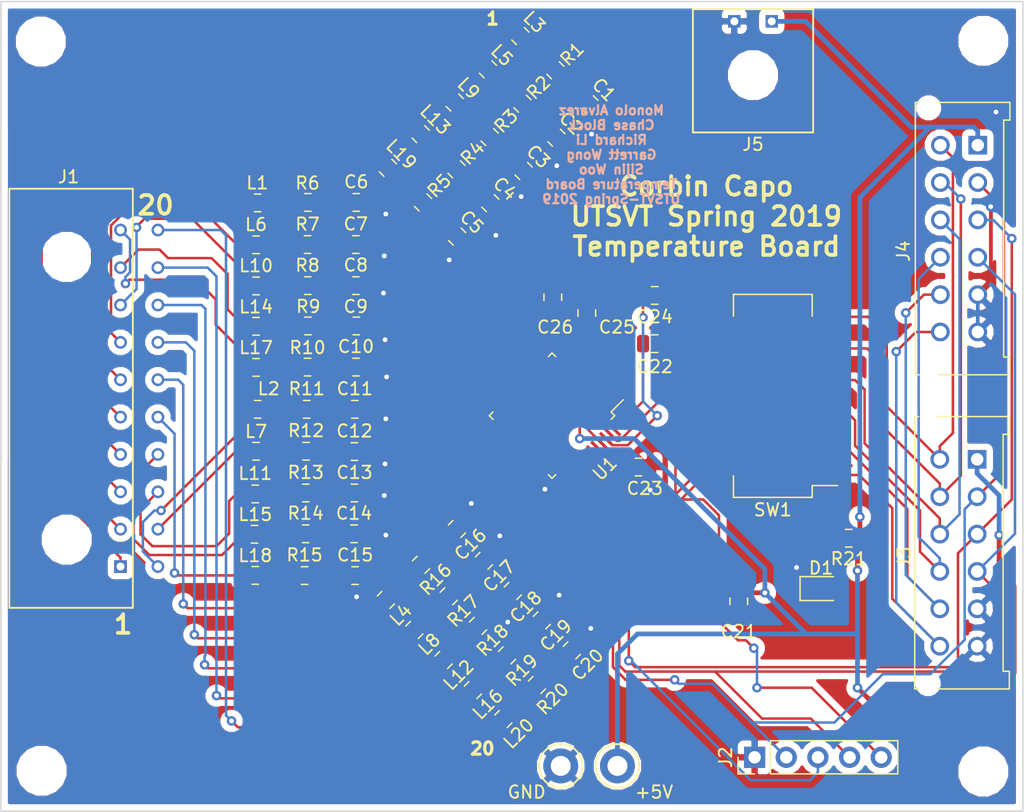
<source format=kicad_pcb>
(kicad_pcb (version 20171130) (host pcbnew "(5.0.0)")
  (layers (0 F.Cu signal) (31 B.Cu signal) (34 B.Paste user) (35 F.Paste user) (36 B.SilkS user) (37 F.SilkS user) (38 B.Mask user) (39 F.Mask user) (44 Edge.Cuts user))
  (net 0 "")
  (net 1 "Net-(C1-Pad1)")
  (net 2 GND)
  (net 3 "Net-(C2-Pad1)")
  (net 4 "Net-(C3-Pad1)")
  (net 5 "Net-(C4-Pad1)")
  (net 6 "Net-(C5-Pad1)")
  (net 7 "Net-(C6-Pad1)")
  (net 8 "Net-(C7-Pad1)")
  (net 9 "Net-(C8-Pad1)")
  (net 10 "Net-(C9-Pad1)")
  (net 11 "Net-(C10-Pad1)")
  (net 12 "Net-(C11-Pad1)")
  (net 13 "Net-(C12-Pad1)")
  (net 14 "Net-(C13-Pad1)")
  (net 15 "Net-(C14-Pad1)")
  (net 16 "Net-(C15-Pad1)")
  (net 17 "Net-(C16-Pad1)")
  (net 18 "Net-(C17-Pad1)")
  (net 19 "Net-(C18-Pad1)")
  (net 20 "Net-(C19-Pad1)")
  (net 21 "Net-(C20-Pad1)")
  (net 22 +5V)
  (net 23 "Net-(C22-Pad2)")
  (net 24 "Net-(C22-Pad1)")
  (net 25 "Net-(C23-Pad1)")
  (net 26 "Net-(C24-Pad1)")
  (net 27 "Net-(C25-Pad1)")
  (net 28 "Net-(C26-Pad1)")
  (net 29 /CH10_LPF)
  (net 30 /CH9_LPF)
  (net 31 /CH8_LPF)
  (net 32 /CH7_LPF)
  (net 33 /CH6_LPF)
  (net 34 /CH5_LPF)
  (net 35 /CH4_LPF)
  (net 36 /CH3_LPF)
  (net 37 /CH2_LPF)
  (net 38 /CH1_LPF)
  (net 39 /CH20_LPF)
  (net 40 /CH19_LPF)
  (net 41 /CH18_LPF)
  (net 42 /CH17_LPF)
  (net 43 /CH16_LPF)
  (net 44 /CH15_LPF)
  (net 45 /CH14_LPF)
  (net 46 /CH13_LPF)
  (net 47 /CH12_LPF)
  (net 48 /CH11_LPF)
  (net 49 /SCK)
  (net 50 /MOSI)
  (net 51 /MISO)
  (net 52 /CS1_OUT)
  (net 53 /CS1)
  (net 54 /CS2)
  (net 55 /CS3)
  (net 56 /CS4)
  (net 57 /CS5)
  (net 58 /CS6)
  (net 59 "Net-(L3-Pad1)")
  (net 60 "Net-(L5-Pad1)")
  (net 61 "Net-(L9-Pad1)")
  (net 62 "Net-(L13-Pad1)")
  (net 63 "Net-(L17-Pad1)")
  (net 64 "Net-(L19-Pad1)")
  (net 65 "Net-(U1-Pad37)")
  (net 66 "Net-(U1-Pad42)")
  (net 67 "Net-(D1-Pad2)")
  (net 68 "Net-(L1-Pad2)")
  (net 69 "Net-(L2-Pad2)")
  (net 70 "Net-(L4-Pad2)")
  (net 71 "Net-(L6-Pad2)")
  (net 72 "Net-(L7-Pad2)")
  (net 73 "Net-(L8-Pad2)")
  (net 74 "Net-(L10-Pad2)")
  (net 75 "Net-(L11-Pad2)")
  (net 76 "Net-(L12-Pad2)")
  (net 77 "Net-(L14-Pad2)")
  (net 78 "Net-(L15-Pad2)")
  (net 79 "Net-(L16-Pad2)")
  (net 80 "Net-(L18-Pad2)")
  (net 81 "Net-(L20-Pad2)")
  (module TestPoint:TestPoint_Keystone_5005-5009_Compact (layer F.Cu) (at 102.468001 131.374501)
    (fp_text reference +5V (at 2.941999 2.102499) (layer F.SilkS))
    (fp_text value TestPoint)
    (pad 1 thru_hole circle (at 0 0) (size 2.8 2.8) (drill 1.6) (layers *.Cu *.Mask) (net 22 +5V))
  )
  (module TestPoint:TestPoint_Keystone_5005-5009_Compact (layer F.Cu) (at 97.917 131.374501)
    (fp_text reference GND (at -2.7305 2.102499) (layer F.SilkS))
    (fp_text value TestPoint)
    (pad 1 thru_hole circle (at 0 0) (size 2.8 2.8) (drill 1.6) (layers *.Cu *.Mask) (net 2 GND))
  )
  (module UTSVT_Connectors:02x10_Microfit_3.0_horizontal (layer F.Cu) (at 65.913 118.6815 90)
    (fp_text reference J1 (at 34.6075 -7.493 180) (layer F.SilkS))
    (fp_text value Conn_02x10_Counter_Clockwise)
    (pad "" np_thru_hole circle (at 5.475 -7.64 90) (size 3 3) (drill 3) (layers *.Cu *.Mask))
    (pad "" np_thru_hole circle (at 28.175 -7.64 90) (size 3 3) (drill 3) (layers *.Cu *.Mask))
    (pad 1 thru_hole rect (at 3.315 -3.32 90) (size 1.02 1.02) (drill 0.64) (layers *.Cu *.Mask) (net 38 /CH1_LPF))
    (pad 10 thru_hole circle (at 30.335 -3.32 90) (size 1.02 1.02) (drill 0.64) (layers *.Cu *.Mask) (net 29 /CH10_LPF))
    (pad 2 thru_hole circle (at 6.315 -3.32 90) (size 1.02 1.02) (drill 0.64) (layers *.Cu *.Mask) (net 37 /CH2_LPF))
    (pad 3 thru_hole circle (at 9.315 -3.32 90) (size 1.02 1.02) (drill 0.64) (layers *.Cu *.Mask) (net 36 /CH3_LPF))
    (pad 4 thru_hole circle (at 12.315 -3.32 90) (size 1.02 1.02) (drill 0.64) (layers *.Cu *.Mask) (net 35 /CH4_LPF))
    (pad 5 thru_hole circle (at 15.315 -3.32 90) (size 1.02 1.02) (drill 0.64) (layers *.Cu *.Mask) (net 34 /CH5_LPF))
    (pad 6 thru_hole circle (at 18.315 -3.32 90) (size 1.02 1.02) (drill 0.64) (layers *.Cu *.Mask) (net 33 /CH6_LPF))
    (pad 7 thru_hole circle (at 21.315 -3.32 90) (size 1.02 1.02) (drill 0.64) (layers *.Cu *.Mask) (net 32 /CH7_LPF))
    (pad 8 thru_hole circle (at 24.315 -3.32 90) (size 1.02 1.02) (drill 0.64) (layers *.Cu *.Mask) (net 31 /CH8_LPF))
    (pad 9 thru_hole circle (at 27.315 -3.32 90) (size 1.02 1.02) (drill 0.64) (layers *.Cu *.Mask) (net 30 /CH9_LPF))
    (pad 19 thru_hole circle (at 27.315 -0.32 90) (size 1.02 1.02) (drill 0.64) (layers *.Cu *.Mask) (net 40 /CH19_LPF))
    (pad 17 thru_hole circle (at 21.315 -0.32 90) (size 1.02 1.02) (drill 0.64) (layers *.Cu *.Mask) (net 42 /CH17_LPF))
    (pad 18 thru_hole circle (at 24.315 -0.32 90) (size 1.02 1.02) (drill 0.64) (layers *.Cu *.Mask) (net 41 /CH18_LPF))
    (pad 16 thru_hole circle (at 18.315 -0.32 90) (size 1.02 1.02) (drill 0.64) (layers *.Cu *.Mask) (net 43 /CH16_LPF))
    (pad 20 thru_hole circle (at 30.335 -0.32 90) (size 1.02 1.02) (drill 0.64) (layers *.Cu *.Mask) (net 39 /CH20_LPF))
    (pad 14 thru_hole circle (at 12.315 -0.32 90) (size 1.02 1.02) (drill 0.64) (layers *.Cu *.Mask) (net 45 /CH14_LPF))
    (pad 15 thru_hole circle (at 15.315 -0.32 90) (size 1.02 1.02) (drill 0.64) (layers *.Cu *.Mask) (net 44 /CH15_LPF))
    (pad 13 thru_hole circle (at 9.315 -0.32 90) (size 1.02 1.02) (drill 0.64) (layers *.Cu *.Mask) (net 46 /CH13_LPF))
    (pad 12 thru_hole circle (at 6.315 -0.32 90) (size 1.02 1.02) (drill 0.64) (layers *.Cu *.Mask) (net 47 /CH12_LPF))
    (pad 11 thru_hole circle (at 3.315 -0.32 90) (size 1.02 1.02) (drill 0.64) (layers *.Cu *.Mask) (net 48 /CH11_LPF))
  )
  (module Capacitor_SMD:C_0805_2012Metric (layer F.Cu) (at 100.214651 78.248396 315)
    (fp_text reference C1 (at 0 -1.65 315) (layer F.SilkS))
    (fp_text value 1uF)
    (pad 1 smd roundrect (at -0.937501 0 315) (size 0.975 1.4) (layers F.Cu F.Paste F.Mask) (net 1 "Net-(C1-Pad1)"))
    (pad 2 smd roundrect (at 0.937501 0 315) (size 0.975 1.4) (layers F.Cu F.Paste F.Mask) (net 2 GND))
  )
  (module Capacitor_SMD:C_0805_2012Metric (layer F.Cu) (at 97.573582 80.936909 315)
    (fp_text reference C2 (at 0 -1.65 315) (layer F.SilkS))
    (fp_text value 1uF)
    (pad 2 smd roundrect (at 0.937501 0 315) (size 0.975 1.4) (layers F.Cu F.Paste F.Mask) (net 2 GND))
    (pad 1 smd roundrect (at -0.937501 0 315) (size 0.975 1.4) (layers F.Cu F.Paste F.Mask) (net 3 "Net-(C2-Pad1)"))
  )
  (module Capacitor_SMD:C_0805_2012Metric (layer F.Cu) (at 94.940641 83.60839 315)
    (fp_text reference C3 (at 0 -1.65 315) (layer F.SilkS))
    (fp_text value 1uF)
    (pad 1 smd roundrect (at -0.937501 0 315) (size 0.975 1.4) (layers F.Cu F.Paste F.Mask) (net 4 "Net-(C3-Pad1)"))
    (pad 2 smd roundrect (at 0.937501 0 315) (size 0.975 1.4) (layers F.Cu F.Paste F.Mask) (net 2 GND))
  )
  (module Capacitor_SMD:C_0805_2012Metric (layer F.Cu) (at 92.26871 86.189913 315)
    (fp_text reference C4 (at 0 -1.65 315) (layer F.SilkS))
    (fp_text value 1uF)
    (pad 2 smd roundrect (at 0.937501 0 315) (size 0.975 1.4) (layers F.Cu F.Paste F.Mask) (net 2 GND))
    (pad 1 smd roundrect (at -0.937501 0 315) (size 0.975 1.4) (layers F.Cu F.Paste F.Mask) (net 5 "Net-(C4-Pad1)"))
  )
  (module Capacitor_SMD:C_0805_2012Metric (layer F.Cu) (at 89.608391 88.87264 315)
    (fp_text reference C5 (at 0 -1.65 315) (layer F.SilkS))
    (fp_text value 1uF)
    (pad 1 smd roundrect (at -0.937501 0 315) (size 0.975 1.4) (layers F.Cu F.Paste F.Mask) (net 6 "Net-(C5-Pad1)"))
    (pad 2 smd roundrect (at 0.937501 0 315) (size 0.975 1.4) (layers F.Cu F.Paste F.Mask) (net 2 GND))
  )
  (module Capacitor_SMD:C_0805_2012Metric (layer F.Cu) (at 81.512563 86.127915)
    (fp_text reference C6 (at 0 -1.65) (layer F.SilkS))
    (fp_text value 1uF)
    (pad 2 smd roundrect (at 0.9375 0) (size 0.975 1.4) (layers F.Cu F.Paste F.Mask) (net 2 GND))
    (pad 1 smd roundrect (at -0.9375 0) (size 0.975 1.4) (layers F.Cu F.Paste F.Mask) (net 7 "Net-(C6-Pad1)"))
  )
  (module Capacitor_SMD:C_0805_2012Metric (layer F.Cu) (at 81.475298 89.512131)
    (fp_text reference C7 (at 0 -1.65) (layer F.SilkS))
    (fp_text value 1uF)
    (pad 1 smd roundrect (at -0.9375 0) (size 0.975 1.4) (layers F.Cu F.Paste F.Mask) (net 8 "Net-(C7-Pad1)"))
    (pad 2 smd roundrect (at 0.9375 0) (size 0.975 1.4) (layers F.Cu F.Paste F.Mask) (net 2 GND))
  )
  (module Capacitor_SMD:C_0805_2012Metric (layer F.Cu) (at 81.477303 92.809945)
    (fp_text reference C8 (at 0 -1.65) (layer F.SilkS))
    (fp_text value 1uF)
    (pad 2 smd roundrect (at 0.9375 0) (size 0.975 1.4) (layers F.Cu F.Paste F.Mask) (net 2 GND))
    (pad 1 smd roundrect (at -0.9375 0) (size 0.975 1.4) (layers F.Cu F.Paste F.Mask) (net 9 "Net-(C8-Pad1)"))
  )
  (module Capacitor_SMD:C_0805_2012Metric (layer F.Cu) (at 81.512984 96.047589)
    (fp_text reference C9 (at -0.042484 -1.559589) (layer F.SilkS))
    (fp_text value 1uF)
    (pad 1 smd roundrect (at -0.9375 0) (size 0.975 1.4) (layers F.Cu F.Paste F.Mask) (net 10 "Net-(C9-Pad1)"))
    (pad 2 smd roundrect (at 0.9375 0) (size 0.975 1.4) (layers F.Cu F.Paste F.Mask) (net 2 GND))
  )
  (module Capacitor_SMD:C_0805_2012Metric (layer F.Cu) (at 81.487892 99.350424)
    (fp_text reference C10 (at 0 -1.65) (layer F.SilkS))
    (fp_text value 1uF)
    (pad 2 smd roundrect (at 0.9375 0) (size 0.975 1.4) (layers F.Cu F.Paste F.Mask) (net 2 GND))
    (pad 1 smd roundrect (at -0.9375 0) (size 0.975 1.4) (layers F.Cu F.Paste F.Mask) (net 11 "Net-(C10-Pad1)"))
  )
  (module Capacitor_SMD:C_0805_2012Metric (layer F.Cu) (at 81.392 102.743)
    (fp_text reference C11 (at 0 -1.65) (layer F.SilkS))
    (fp_text value 1uF)
    (pad 1 smd roundrect (at -0.9375 0) (size 0.975 1.4) (layers F.Cu F.Paste F.Mask) (net 12 "Net-(C11-Pad1)"))
    (pad 2 smd roundrect (at 0.9375 0) (size 0.975 1.4) (layers F.Cu F.Paste F.Mask) (net 2 GND))
  )
  (module Capacitor_SMD:C_0805_2012Metric (layer F.Cu) (at 81.3666 106.1339)
    (fp_text reference C12 (at 0 -1.65) (layer F.SilkS))
    (fp_text value 1uF)
    (pad 2 smd roundrect (at 0.9375 0) (size 0.975 1.4) (layers F.Cu F.Paste F.Mask) (net 2 GND))
    (pad 1 smd roundrect (at -0.9375 0) (size 0.975 1.4) (layers F.Cu F.Paste F.Mask) (net 13 "Net-(C12-Pad1)"))
  )
  (module Capacitor_SMD:C_0805_2012Metric (layer F.Cu) (at 81.3666 109.4613)
    (fp_text reference C13 (at 0 -1.65) (layer F.SilkS))
    (fp_text value 1uF)
    (pad 1 smd roundrect (at -0.9375 0) (size 0.975 1.4) (layers F.Cu F.Paste F.Mask) (net 14 "Net-(C13-Pad1)"))
    (pad 2 smd roundrect (at 0.9375 0) (size 0.975 1.4) (layers F.Cu F.Paste F.Mask) (net 2 GND))
  )
  (module Capacitor_SMD:C_0805_2012Metric (layer F.Cu) (at 81.3308 112.7379)
    (fp_text reference C14 (at 0 -1.65) (layer F.SilkS))
    (fp_text value 1uF)
    (pad 2 smd roundrect (at 0.9375 0) (size 0.975 1.4) (layers F.Cu F.Paste F.Mask) (net 2 GND))
    (pad 1 smd roundrect (at -0.9375 0) (size 0.975 1.4) (layers F.Cu F.Paste F.Mask) (net 15 "Net-(C14-Pad1)"))
  )
  (module Capacitor_SMD:C_0805_2012Metric (layer F.Cu) (at 81.4174 116.0907)
    (fp_text reference C15 (at 0 -1.65) (layer F.SilkS))
    (fp_text value 1uF)
    (pad 1 smd roundrect (at -0.9375 0) (size 0.975 1.4) (layers F.Cu F.Paste F.Mask) (net 16 "Net-(C15-Pad1)"))
    (pad 2 smd roundrect (at 0.9375 0) (size 0.975 1.4) (layers F.Cu F.Paste F.Mask) (net 2 GND))
  )
  (module Capacitor_SMD:C_0805_2012Metric (layer F.Cu) (at 89.586922 112.347586 45)
    (fp_text reference C16 (at -0.115142 1.65816 45) (layer F.SilkS))
    (fp_text value 1uF)
    (pad 2 smd roundrect (at 0.937501 0 45) (size 0.975 1.4) (layers F.Cu F.Paste F.Mask) (net 2 GND))
    (pad 1 smd roundrect (at -0.937501 0 45) (size 0.975 1.4) (layers F.Cu F.Paste F.Mask) (net 17 "Net-(C16-Pad1)"))
  )
  (module Capacitor_SMD:C_0805_2012Metric (layer F.Cu) (at 91.758868 114.908873 45)
    (fp_text reference C17 (at -0.019442 1.723756 45) (layer F.SilkS))
    (fp_text value 1uF)
    (pad 1 smd roundrect (at -0.937501 0 45) (size 0.975 1.4) (layers F.Cu F.Paste F.Mask) (net 18 "Net-(C17-Pad1)"))
    (pad 2 smd roundrect (at 0.937501 0 45) (size 0.975 1.4) (layers F.Cu F.Paste F.Mask) (net 2 GND))
  )
  (module Capacitor_SMD:C_0805_2012Metric (layer F.Cu) (at 94.069408 117.33029 45)
    (fp_text reference C18 (at -0.165546 1.655551 45) (layer F.SilkS))
    (fp_text value 1uF)
    (pad 2 smd roundrect (at 0.937501 0 45) (size 0.975 1.4) (layers F.Cu F.Paste F.Mask) (net 2 GND))
    (pad 1 smd roundrect (at -0.937501 0 45) (size 0.975 1.4) (layers F.Cu F.Paste F.Mask) (net 19 "Net-(C18-Pad1)"))
  )
  (module Capacitor_SMD:C_0805_2012Metric (layer F.Cu) (at 96.401022 119.68637 45)
    (fp_text reference C19 (at -0.058444 1.663545 45) (layer F.SilkS))
    (fp_text value 1uF)
    (pad 1 smd roundrect (at -0.937501 0 45) (size 0.975 1.4) (layers F.Cu F.Paste F.Mask) (net 20 "Net-(C19-Pad1)"))
    (pad 2 smd roundrect (at 0.937501 0 45) (size 0.975 1.4) (layers F.Cu F.Paste F.Mask) (net 2 GND))
  )
  (module Capacitor_SMD:C_0805_2012Metric (layer F.Cu) (at 98.80773 122.093078 45)
    (fp_text reference C20 (at 0.07626 1.717345 45) (layer F.SilkS))
    (fp_text value 1uF)
    (pad 2 smd roundrect (at 0.937501 0 45) (size 0.975 1.4) (layers F.Cu F.Paste F.Mask) (net 2 GND))
    (pad 1 smd roundrect (at -0.937501 0 45) (size 0.975 1.4) (layers F.Cu F.Paste F.Mask) (net 21 "Net-(C20-Pad1)"))
  )
  (module Capacitor_SMD:C_0805_2012Metric (layer F.Cu) (at 112.2045 118.1585 90)
    (fp_text reference C21 (at -2.428 0 180) (layer F.SilkS))
    (fp_text value 0.1uF)
    (pad 1 smd roundrect (at -0.9375 0 90) (size 0.975 1.4) (layers F.Cu F.Paste F.Mask) (net 2 GND))
    (pad 2 smd roundrect (at 0.9375 0 90) (size 0.975 1.4) (layers F.Cu F.Paste F.Mask) (net 22 +5V))
  )
  (module Capacitor_SMD:C_0805_2012Metric (layer F.Cu) (at 105.4585 97.4725)
    (fp_text reference C22 (at 0 1.8415) (layer F.SilkS))
    (fp_text value 10uF)
    (pad 2 smd roundrect (at 0.9375 0) (size 0.975 1.4) (layers F.Cu F.Paste F.Mask) (net 23 "Net-(C22-Pad2)"))
    (pad 1 smd roundrect (at -0.9375 0) (size 0.975 1.4) (layers F.Cu F.Paste F.Mask) (net 24 "Net-(C22-Pad1)"))
  )
  (module Capacitor_SMD:C_0805_2012Metric (layer F.Cu) (at 104.155 107.3785)
    (fp_text reference C23 (at 0.508 1.7145) (layer F.SilkS))
    (fp_text value 10uF)
    (pad 1 smd roundrect (at -0.9375 0) (size 0.975 1.4) (layers F.Cu F.Paste F.Mask) (net 25 "Net-(C23-Pad1)"))
    (pad 2 smd roundrect (at 0.9375 0) (size 0.975 1.4) (layers F.Cu F.Paste F.Mask) (net 2 GND))
  )
  (module Capacitor_SMD:C_0805_2012Metric (layer F.Cu) (at 105.4585 93.599)
    (fp_text reference C24 (at 0 1.7145) (layer F.SilkS))
    (fp_text value 10uF)
    (pad 1 smd roundrect (at -0.9375 0) (size 0.975 1.4) (layers F.Cu F.Paste F.Mask) (net 26 "Net-(C24-Pad1)"))
    (pad 2 smd roundrect (at 0.9375 0) (size 0.975 1.4) (layers F.Cu F.Paste F.Mask) (net 2 GND))
  )
  (module Capacitor_SMD:C_0805_2012Metric (layer F.Cu) (at 100.0125 95.011 90)
    (fp_text reference C25 (at -1.128 2.413 180) (layer F.SilkS))
    (fp_text value 1uF)
    (pad 2 smd roundrect (at 0.9375 0 90) (size 0.975 1.4) (layers F.Cu F.Paste F.Mask) (net 2 GND))
    (pad 1 smd roundrect (at -0.9375 0 90) (size 0.975 1.4) (layers F.Cu F.Paste F.Mask) (net 27 "Net-(C25-Pad1)"))
  )
  (module Capacitor_SMD:C_0805_2012Metric (layer F.Cu) (at 97.282 93.741 90)
    (fp_text reference C26 (at -2.398 0.1905 180) (layer F.SilkS))
    (fp_text value 1uF)
    (pad 2 smd roundrect (at 0.9375 0 90) (size 0.975 1.4) (layers F.Cu F.Paste F.Mask) (net 2 GND))
    (pad 1 smd roundrect (at -0.9375 0 90) (size 0.975 1.4) (layers F.Cu F.Paste F.Mask) (net 28 "Net-(C26-Pad1)"))
  )
  (module LED_SMD:LED_0805_2012Metric (layer F.Cu) (at 118.806001 117.135501)
    (fp_text reference D1 (at 0 -1.65) (layer F.SilkS))
    (fp_text value LED)
    (pad 1 smd roundrect (at -0.9375 0) (size 0.975 1.4) (layers F.Cu F.Paste F.Mask) (net 2 GND))
    (pad 2 smd roundrect (at 0.9375 0) (size 0.975 1.4) (layers F.Cu F.Paste F.Mask) (net 67 "Net-(D1-Pad2)"))
  )
  (module Connector_PinHeader_2.54mm:PinHeader_1x05_P2.54mm_Vertical (layer F.Cu) (at 113.4745 130.683 90)
    (fp_text reference J2 (at 0 -2.33 90) (layer F.SilkS))
    (fp_text value "Logic Analyzer")
    (pad 1 thru_hole rect (at 0 0 90) (size 1.7 1.7) (drill 1) (layers *.Cu *.Mask) (net 2 GND))
    (pad 2 thru_hole oval (at 0 2.54 90) (size 1.7 1.7) (drill 1) (layers *.Cu *.Mask) (net 49 /SCK))
    (pad 3 thru_hole oval (at 0 5.08 90) (size 1.7 1.7) (drill 1) (layers *.Cu *.Mask) (net 50 /MOSI))
    (pad 4 thru_hole oval (at 0 7.62 90) (size 1.7 1.7) (drill 1) (layers *.Cu *.Mask) (net 51 /MISO))
    (pad 5 thru_hole oval (at 0 10.16 90) (size 1.7 1.7) (drill 1) (layers *.Cu *.Mask) (net 52 /CS1_OUT))
  )
  (module UTSVT_Connectors:Molex_MicroFit3.0_2x6xP3.00mm_PolarizingPeg_Vertical (layer F.Cu) (at 131.3335 106.7605 270)
    (fp_text reference J3 (at 7.857 5.8575 270) (layer F.SilkS))
    (fp_text value Conn_02x06_Counter_Clockwise)
    (pad 12 thru_hole circle (at 15 3 270) (size 1.5 1.5) (drill 1) (layers *.Cu *.Mask) (net 53 /CS1))
    (pad 11 thru_hole circle (at 12 3 270) (size 1.5 1.5) (drill 1) (layers *.Cu *.Mask) (net 54 /CS2))
    (pad 10 thru_hole circle (at 9 3 270) (size 1.5 1.5) (drill 1) (layers *.Cu *.Mask) (net 55 /CS3))
    (pad 9 thru_hole circle (at 6 3 270) (size 1.5 1.5) (drill 1) (layers *.Cu *.Mask) (net 56 /CS4))
    (pad 8 thru_hole circle (at 3 3 270) (size 1.5 1.5) (drill 1) (layers *.Cu *.Mask) (net 57 /CS5))
    (pad 7 thru_hole circle (at 0 3 270) (size 1.5 1.5) (drill 1) (layers *.Cu *.Mask) (net 58 /CS6))
    (pad 6 thru_hole circle (at 15 0 270) (size 1.5 1.5) (drill 1) (layers *.Cu *.Mask) (net 2 GND))
    (pad 5 thru_hole circle (at 12 0 270) (size 1.5 1.5) (drill 1) (layers *.Cu *.Mask) (net 2 GND))
    (pad 4 thru_hole circle (at 9 0 270) (size 1.5 1.5) (drill 1) (layers *.Cu *.Mask) (net 51 /MISO))
    (pad 3 thru_hole circle (at 6 0 270) (size 1.5 1.5) (drill 1) (layers *.Cu *.Mask) (net 50 /MOSI))
    (pad 2 thru_hole circle (at 3 0 270) (size 1.5 1.5) (drill 1) (layers *.Cu *.Mask) (net 49 /SCK))
    (pad 1 thru_hole rect (at 0 0 270) (size 1.5 1.5) (drill 1) (layers *.Cu *.Mask) (net 22 +5V))
    (pad "" np_thru_hole circle (at 18 3.94 270) (size 1 1) (drill 1) (layers *.Cu *.Mask))
    (pad "" np_thru_hole circle (at -3 3.94 270) (size 1 1) (drill 1) (layers *.Cu *.Mask))
  )
  (module UTSVT_Connectors:Molex_MicroFit3.0_2x6xP3.00mm_PolarizingPeg_Vertical (layer F.Cu) (at 131.3815 81.534 270)
    (fp_text reference J4 (at 8.509 5.969 270) (layer F.SilkS))
    (fp_text value Conn_02x06_Counter_Clockwise)
    (pad "" np_thru_hole circle (at -3 3.94 270) (size 1 1) (drill 1) (layers *.Cu *.Mask))
    (pad "" np_thru_hole circle (at 18 3.94 270) (size 1 1) (drill 1) (layers *.Cu *.Mask))
    (pad 1 thru_hole rect (at 0 0 270) (size 1.5 1.5) (drill 1) (layers *.Cu *.Mask) (net 22 +5V))
    (pad 2 thru_hole circle (at 3 0 270) (size 1.5 1.5) (drill 1) (layers *.Cu *.Mask) (net 49 /SCK))
    (pad 3 thru_hole circle (at 6 0 270) (size 1.5 1.5) (drill 1) (layers *.Cu *.Mask) (net 50 /MOSI))
    (pad 4 thru_hole circle (at 9 0 270) (size 1.5 1.5) (drill 1) (layers *.Cu *.Mask) (net 51 /MISO))
    (pad 5 thru_hole circle (at 12 0 270) (size 1.5 1.5) (drill 1) (layers *.Cu *.Mask) (net 2 GND))
    (pad 6 thru_hole circle (at 15 0 270) (size 1.5 1.5) (drill 1) (layers *.Cu *.Mask) (net 2 GND))
    (pad 7 thru_hole circle (at 0 3 270) (size 1.5 1.5) (drill 1) (layers *.Cu *.Mask) (net 58 /CS6))
    (pad 8 thru_hole circle (at 3 3 270) (size 1.5 1.5) (drill 1) (layers *.Cu *.Mask) (net 57 /CS5))
    (pad 9 thru_hole circle (at 6 3 270) (size 1.5 1.5) (drill 1) (layers *.Cu *.Mask) (net 56 /CS4))
    (pad 10 thru_hole circle (at 9 3 270) (size 1.5 1.5) (drill 1) (layers *.Cu *.Mask) (net 55 /CS3))
    (pad 11 thru_hole circle (at 12 3 270) (size 1.5 1.5) (drill 1) (layers *.Cu *.Mask) (net 54 /CS2))
    (pad 12 thru_hole circle (at 15 3 270) (size 1.5 1.5) (drill 1) (layers *.Cu *.Mask) (net 53 /CS1))
  )
  (module Inductor_SMD:L_0805_2012Metric (layer F.Cu) (at 73.5965 86.1695)
    (fp_text reference L1 (at -0.027063 -1.609415) (layer F.SilkS))
    (fp_text value Ferrite_Bead)
    (pad 1 smd roundrect (at -0.9375 0) (size 0.975 1.4) (layers F.Cu F.Paste F.Mask) (net 33 /CH6_LPF))
    (pad 2 smd roundrect (at 0.9375 0) (size 0.975 1.4) (layers F.Cu F.Paste F.Mask) (net 68 "Net-(L1-Pad2)"))
  )
  (module Inductor_SMD:L_0805_2012Metric (layer F.Cu) (at 73.5965 102.743)
    (fp_text reference L2 (at 0.889 -1.651) (layer F.SilkS))
    (fp_text value Ferrite_Bead)
    (pad 1 smd roundrect (at -0.9375 0) (size 0.975 1.4) (layers F.Cu F.Paste F.Mask) (net 48 /CH11_LPF))
    (pad 2 smd roundrect (at 0.9375 0) (size 0.975 1.4) (layers F.Cu F.Paste F.Mask) (net 69 "Net-(L2-Pad2)"))
  )
  (module Inductor_SMD:L_0805_2012Metric (layer F.Cu) (at 94.6785 72.771 135)
    (fp_text reference L3 (at 0 1.5875 135) (layer F.SilkS))
    (fp_text value Ferrite_Bead)
    (pad 2 smd roundrect (at 0.937501 0 135) (size 0.975 1.4) (layers F.Cu F.Paste F.Mask) (net 38 /CH1_LPF))
    (pad 1 smd roundrect (at -0.937501 0 135) (size 0.975 1.4) (layers F.Cu F.Paste F.Mask) (net 59 "Net-(L3-Pad1)"))
  )
  (module Inductor_SMD:L_0805_2012Metric (layer F.Cu) (at 83.8835 118.0465 45)
    (fp_text reference L4 (at 0 1.706249 45) (layer F.SilkS))
    (fp_text value Ferrite_Bead)
    (pad 2 smd roundrect (at 0.937501 0 45) (size 0.975 1.4) (layers F.Cu F.Paste F.Mask) (net 70 "Net-(L4-Pad2)"))
    (pad 1 smd roundrect (at -0.937501 0 45) (size 0.975 1.4) (layers F.Cu F.Paste F.Mask) (net 43 /CH16_LPF))
  )
  (module Inductor_SMD:L_0805_2012Metric (layer F.Cu) (at 92.075 75.438 135)
    (fp_text reference L5 (at 0 1.5875 135) (layer F.SilkS))
    (fp_text value Ferrite_Bead)
    (pad 2 smd roundrect (at 0.937501 0 135) (size 0.975 1.4) (layers F.Cu F.Paste F.Mask) (net 37 /CH2_LPF))
    (pad 1 smd roundrect (at -0.937501 0 135) (size 0.975 1.4) (layers F.Cu F.Paste F.Mask) (net 60 "Net-(L5-Pad1)"))
  )
  (module Inductor_SMD:L_0805_2012Metric (layer F.Cu) (at 73.4695 89.535)
    (fp_text reference L6 (at 0 -1.628131) (layer F.SilkS))
    (fp_text value Ferrite_Bead)
    (pad 1 smd roundrect (at -0.9375 0) (size 0.975 1.4) (layers F.Cu F.Paste F.Mask) (net 32 /CH7_LPF))
    (pad 2 smd roundrect (at 0.9375 0) (size 0.975 1.4) (layers F.Cu F.Paste F.Mask) (net 71 "Net-(L6-Pad2)"))
  )
  (module Inductor_SMD:L_0805_2012Metric (layer F.Cu) (at 73.4695 106.1085)
    (fp_text reference L7 (at 0 -1.5875) (layer F.SilkS))
    (fp_text value Ferrite_Bead)
    (pad 1 smd roundrect (at -0.9375 0) (size 0.975 1.4) (layers F.Cu F.Paste F.Mask) (net 47 /CH12_LPF))
    (pad 2 smd roundrect (at 0.9375 0) (size 0.975 1.4) (layers F.Cu F.Paste F.Mask) (net 72 "Net-(L7-Pad2)"))
  )
  (module Inductor_SMD:L_0805_2012Metric (layer F.Cu) (at 86.1695 120.4595 45)
    (fp_text reference L8 (at 0.044901 1.661347 45) (layer F.SilkS))
    (fp_text value Ferrite_Bead)
    (pad 1 smd roundrect (at -0.937501 0 45) (size 0.975 1.4) (layers F.Cu F.Paste F.Mask) (net 42 /CH17_LPF))
    (pad 2 smd roundrect (at 0.937501 0 45) (size 0.975 1.4) (layers F.Cu F.Paste F.Mask) (net 73 "Net-(L8-Pad2)"))
  )
  (module Inductor_SMD:L_0805_2012Metric (layer F.Cu) (at 89.408 78.105 135)
    (fp_text reference L9 (at 0.015 1.5875 135) (layer F.SilkS))
    (fp_text value Ferrite_Bead)
    (pad 2 smd roundrect (at 0.937501 0 135) (size 0.975 1.4) (layers F.Cu F.Paste F.Mask) (net 36 /CH3_LPF))
    (pad 1 smd roundrect (at -0.937501 0 135) (size 0.975 1.4) (layers F.Cu F.Paste F.Mask) (net 61 "Net-(L9-Pad1)"))
  )
  (module Inductor_SMD:L_0805_2012Metric (layer F.Cu) (at 73.4695 92.837)
    (fp_text reference L10 (at 0 -1.623945) (layer F.SilkS))
    (fp_text value Ferrite_Bead)
    (pad 2 smd roundrect (at 0.9375 0) (size 0.975 1.4) (layers F.Cu F.Paste F.Mask) (net 74 "Net-(L10-Pad2)"))
    (pad 1 smd roundrect (at -0.9375 0) (size 0.975 1.4) (layers F.Cu F.Paste F.Mask) (net 31 /CH8_LPF))
  )
  (module Inductor_SMD:L_0805_2012Metric (layer F.Cu) (at 73.406 109.5375)
    (fp_text reference L11 (at 0 -1.651) (layer F.SilkS))
    (fp_text value Ferrite_Bead)
    (pad 1 smd roundrect (at -0.9375 0) (size 0.975 1.4) (layers F.Cu F.Paste F.Mask) (net 46 /CH13_LPF))
    (pad 2 smd roundrect (at 0.9375 0) (size 0.975 1.4) (layers F.Cu F.Paste F.Mask) (net 75 "Net-(L11-Pad2)"))
  )
  (module Inductor_SMD:L_0805_2012Metric (layer F.Cu) (at 88.519 122.8725 45)
    (fp_text reference L12 (at 0 1.706249 45) (layer F.SilkS))
    (fp_text value Ferrite_Bead)
    (pad 2 smd roundrect (at 0.937501 0 45) (size 0.975 1.4) (layers F.Cu F.Paste F.Mask) (net 76 "Net-(L12-Pad2)"))
    (pad 1 smd roundrect (at -0.937501 0 45) (size 0.975 1.4) (layers F.Cu F.Paste F.Mask) (net 41 /CH18_LPF))
  )
  (module Inductor_SMD:L_0805_2012Metric (layer F.Cu) (at 86.6775 80.645 135)
    (fp_text reference L13 (at 0 1.651 135) (layer F.SilkS))
    (fp_text value Ferrite_Bead)
    (pad 2 smd roundrect (at 0.937501 0 135) (size 0.975 1.4) (layers F.Cu F.Paste F.Mask) (net 35 /CH4_LPF))
    (pad 1 smd roundrect (at -0.937501 0 135) (size 0.975 1.4) (layers F.Cu F.Paste F.Mask) (net 62 "Net-(L13-Pad1)"))
  )
  (module Inductor_SMD:L_0805_2012Metric (layer F.Cu) (at 73.4695 96.0755)
    (fp_text reference L14 (at 0 -1.559589) (layer F.SilkS))
    (fp_text value Ferrite_Bead)
    (pad 2 smd roundrect (at 0.9375 0) (size 0.975 1.4) (layers F.Cu F.Paste F.Mask) (net 77 "Net-(L14-Pad2)"))
    (pad 1 smd roundrect (at -0.9375 0) (size 0.975 1.4) (layers F.Cu F.Paste F.Mask) (net 30 /CH9_LPF))
  )
  (module Inductor_SMD:L_0805_2012Metric (layer F.Cu) (at 73.3425 112.776)
    (fp_text reference L15 (at 0.0635 -1.5875) (layer F.SilkS))
    (fp_text value Ferrite_Bead)
    (pad 1 smd roundrect (at -0.9375 0) (size 0.975 1.4) (layers F.Cu F.Paste F.Mask) (net 45 /CH14_LPF))
    (pad 2 smd roundrect (at 0.9375 0) (size 0.975 1.4) (layers F.Cu F.Paste F.Mask) (net 78 "Net-(L15-Pad2)"))
  )
  (module Inductor_SMD:L_0805_2012Metric (layer F.Cu) (at 90.8685 125.2855 45)
    (fp_text reference L16 (at 0.044901 1.661347 45) (layer F.SilkS))
    (fp_text value Ferrite_Bead)
    (pad 1 smd roundrect (at -0.937501 0 45) (size 0.975 1.4) (layers F.Cu F.Paste F.Mask) (net 40 /CH19_LPF))
    (pad 2 smd roundrect (at 0.937501 0 45) (size 0.975 1.4) (layers F.Cu F.Paste F.Mask) (net 79 "Net-(L16-Pad2)"))
  )
  (module Inductor_SMD:L_0805_2012Metric (layer F.Cu) (at 73.4695 99.3775 180)
    (fp_text reference L17 (at 0 1.5875 180) (layer F.SilkS))
    (fp_text value Ferrite_Bead)
    (pad 1 smd roundrect (at -0.9375 0 180) (size 0.975 1.4) (layers F.Cu F.Paste F.Mask) (net 63 "Net-(L17-Pad1)"))
    (pad 2 smd roundrect (at 0.9375 0 180) (size 0.975 1.4) (layers F.Cu F.Paste F.Mask) (net 29 /CH10_LPF))
  )
  (module Inductor_SMD:L_0805_2012Metric (layer F.Cu) (at 73.406 116.078)
    (fp_text reference L18 (at 0 -1.5875) (layer F.SilkS))
    (fp_text value Ferrite_Bead)
    (pad 1 smd roundrect (at -0.9375 0) (size 0.975 1.4) (layers F.Cu F.Paste F.Mask) (net 44 /CH15_LPF))
    (pad 2 smd roundrect (at 0.9375 0) (size 0.975 1.4) (layers F.Cu F.Paste F.Mask) (net 80 "Net-(L18-Pad2)"))
  )
  (module Inductor_SMD:L_0805_2012Metric (layer F.Cu) (at 84.046087 83.347587 135)
    (fp_text reference L19 (at 0 1.524 135) (layer F.SilkS))
    (fp_text value Ferrite_Bead)
    (pad 2 smd roundrect (at 0.937501 0 135) (size 0.975 1.4) (layers F.Cu F.Paste F.Mask) (net 34 /CH5_LPF))
    (pad 1 smd roundrect (at -0.937501 0 135) (size 0.975 1.4) (layers F.Cu F.Paste F.Mask) (net 64 "Net-(L19-Pad1)"))
  )
  (module Inductor_SMD:L_0805_2012Metric (layer F.Cu) (at 93.309413 127.607087 45)
    (fp_text reference L20 (at 0.050328 1.706249 -135) (layer F.SilkS))
    (fp_text value Ferrite_Bead)
    (pad 2 smd roundrect (at 0.937501 0 45) (size 0.975 1.4) (layers F.Cu F.Paste F.Mask) (net 81 "Net-(L20-Pad2)"))
    (pad 1 smd roundrect (at -0.937501 0 45) (size 0.975 1.4) (layers F.Cu F.Paste F.Mask) (net 39 /CH20_LPF))
  )
  (module MountingHole:MountingHole_3mm (layer F.Cu) (at 56.1975 73.2155)
    (fp_text reference MH1 hide)
    (fp_text value MountingHole)
    (pad 1 np_thru_hole circle (at 0 0) (size 3 3) (drill 3) (layers *.Cu *.Mask))
  )
  (module MountingHole:MountingHole_3mm (layer F.Cu) (at 56.261 131.7625)
    (fp_text reference MH2 hide)
    (fp_text value MountingHole)
    (pad 1 np_thru_hole circle (at 0 0) (size 3 3) (drill 3) (layers *.Cu *.Mask))
  )
  (module MountingHole:MountingHole_3mm (layer F.Cu) (at 131.826 131.826)
    (fp_text reference MH3 hide)
    (fp_text value MountingHole)
    (pad 1 np_thru_hole circle (at 0 0) (size 3 3) (drill 3) (layers *.Cu *.Mask))
  )
  (module MountingHole:MountingHole_3mm (layer F.Cu) (at 131.826 73.152)
    (fp_text reference MH4 hide)
    (fp_text value MountingHole)
    (pad 1 np_thru_hole circle (at 0 0) (size 3 3) (drill 3) (layers *.Cu *.Mask))
  )
  (module Resistor_SMD:R_0805_2012Metric (layer F.Cu) (at 97.48628 75.520024 315)
    (fp_text reference R1 (at 0.031422 -1.874581 45) (layer F.SilkS))
    (fp_text value 1k)
    (pad 2 smd roundrect (at 0.937501 0 315) (size 0.975 1.4) (layers F.Cu F.Paste F.Mask) (net 1 "Net-(C1-Pad1)"))
    (pad 1 smd roundrect (at -0.937501 0 315) (size 0.975 1.4) (layers F.Cu F.Paste F.Mask) (net 59 "Net-(L3-Pad1)"))
  )
  (module Resistor_SMD:R_0805_2012Metric (layer F.Cu) (at 94.84521 78.208537 315)
    (fp_text reference R2 (at -0.002126 -1.833165 45) (layer F.SilkS))
    (fp_text value 1k)
    (pad 1 smd roundrect (at -0.937501 0 315) (size 0.975 1.4) (layers F.Cu F.Paste F.Mask) (net 60 "Net-(L5-Pad1)"))
    (pad 2 smd roundrect (at 0.937501 0 315) (size 0.975 1.4) (layers F.Cu F.Paste F.Mask) (net 3 "Net-(C2-Pad1)"))
  )
  (module Resistor_SMD:R_0805_2012Metric (layer F.Cu) (at 92.212269 80.880019 315)
    (fp_text reference R3 (at 0.034122 -1.837458 45) (layer F.SilkS))
    (fp_text value 1k)
    (pad 2 smd roundrect (at 0.937501 0 315) (size 0.975 1.4) (layers F.Cu F.Paste F.Mask) (net 4 "Net-(C3-Pad1)"))
    (pad 1 smd roundrect (at -0.937501 0 315) (size 0.975 1.4) (layers F.Cu F.Paste F.Mask) (net 61 "Net-(L9-Pad1)"))
  )
  (module Resistor_SMD:R_0805_2012Metric (layer F.Cu) (at 89.550945 83.472148 315)
    (fp_text reference R4 (at -0.006752 -1.832013 45) (layer F.SilkS))
    (fp_text value 1k)
    (pad 2 smd roundrect (at 0.937501 0 315) (size 0.975 1.4) (layers F.Cu F.Paste F.Mask) (net 5 "Net-(C4-Pad1)"))
    (pad 1 smd roundrect (at -0.937501 0 315) (size 0.975 1.4) (layers F.Cu F.Paste F.Mask) (net 62 "Net-(L13-Pad1)"))
  )
  (module Resistor_SMD:R_0805_2012Metric (layer F.Cu) (at 86.869413 86.133662 315)
    (fp_text reference R5 (at -0.0189 -1.863617 45) (layer F.SilkS))
    (fp_text value 1k)
    (pad 1 smd roundrect (at -0.937501 0 315) (size 0.975 1.4) (layers F.Cu F.Paste F.Mask) (net 64 "Net-(L19-Pad1)"))
    (pad 2 smd roundrect (at 0.937501 0 315) (size 0.975 1.4) (layers F.Cu F.Paste F.Mask) (net 6 "Net-(C5-Pad1)"))
  )
  (module Resistor_SMD:R_0805_2012Metric (layer F.Cu) (at 77.624063 86.127915)
    (fp_text reference R6 (at -0.027063 -1.545915 -180) (layer F.SilkS))
    (fp_text value 1k)
    (pad 1 smd roundrect (at -0.9375 0) (size 0.975 1.4) (layers F.Cu F.Paste F.Mask) (net 68 "Net-(L1-Pad2)"))
    (pad 2 smd roundrect (at 0.9375 0) (size 0.975 1.4) (layers F.Cu F.Paste F.Mask) (net 7 "Net-(C6-Pad1)"))
  )
  (module Resistor_SMD:R_0805_2012Metric (layer F.Cu) (at 77.601798 89.512131)
    (fp_text reference R7 (at -0.004798 -1.628131 -180) (layer F.SilkS))
    (fp_text value 1k)
    (pad 1 smd roundrect (at -0.9375 0) (size 0.975 1.4) (layers F.Cu F.Paste F.Mask) (net 71 "Net-(L6-Pad2)"))
    (pad 2 smd roundrect (at 0.9375 0) (size 0.975 1.4) (layers F.Cu F.Paste F.Mask) (net 8 "Net-(C7-Pad1)"))
  )
  (module Resistor_SMD:R_0805_2012Metric (layer F.Cu) (at 77.618803 92.809945)
    (fp_text reference R8 (at -0.019411 -1.623945 -180) (layer F.SilkS))
    (fp_text value 1k)
    (pad 1 smd roundrect (at -0.9375 0) (size 0.975 1.4) (layers F.Cu F.Paste F.Mask) (net 74 "Net-(L10-Pad2)"))
    (pad 2 smd roundrect (at 0.9375 0) (size 0.975 1.4) (layers F.Cu F.Paste F.Mask) (net 9 "Net-(C8-Pad1)"))
  )
  (module Resistor_SMD:R_0805_2012Metric (layer F.Cu) (at 77.639484 96.047589)
    (fp_text reference R9 (at 0.021016 -1.559589 -180) (layer F.SilkS))
    (fp_text value 1k)
    (pad 2 smd roundrect (at 0.9375 0) (size 0.975 1.4) (layers F.Cu F.Paste F.Mask) (net 10 "Net-(C9-Pad1)"))
    (pad 1 smd roundrect (at -0.9375 0) (size 0.975 1.4) (layers F.Cu F.Paste F.Mask) (net 77 "Net-(L14-Pad2)"))
  )
  (module Resistor_SMD:R_0805_2012Metric (layer F.Cu) (at 77.599392 99.350424)
    (fp_text reference R10 (at -0.002392 -1.560424 -180) (layer F.SilkS))
    (fp_text value 1k)
    (pad 2 smd roundrect (at 0.9375 0) (size 0.975 1.4) (layers F.Cu F.Paste F.Mask) (net 11 "Net-(C10-Pad1)"))
    (pad 1 smd roundrect (at -0.9375 0) (size 0.975 1.4) (layers F.Cu F.Paste F.Mask) (net 63 "Net-(L17-Pad1)"))
  )
  (module Resistor_SMD:R_0805_2012Metric (layer F.Cu) (at 77.5335 102.743)
    (fp_text reference R11 (at 0 -1.65) (layer F.SilkS))
    (fp_text value 1k)
    (pad 1 smd roundrect (at -0.9375 0) (size 0.975 1.4) (layers F.Cu F.Paste F.Mask) (net 69 "Net-(L2-Pad2)"))
    (pad 2 smd roundrect (at 0.9375 0) (size 0.975 1.4) (layers F.Cu F.Paste F.Mask) (net 12 "Net-(C11-Pad1)"))
  )
  (module Resistor_SMD:R_0805_2012Metric (layer F.Cu) (at 77.485 106.1085)
    (fp_text reference R12 (at 0 -1.65) (layer F.SilkS))
    (fp_text value 1k)
    (pad 2 smd roundrect (at 0.9375 0) (size 0.975 1.4) (layers F.Cu F.Paste F.Mask) (net 13 "Net-(C12-Pad1)"))
    (pad 1 smd roundrect (at -0.9375 0) (size 0.975 1.4) (layers F.Cu F.Paste F.Mask) (net 72 "Net-(L7-Pad2)"))
  )
  (module Resistor_SMD:R_0805_2012Metric (layer F.Cu) (at 77.4596 109.4613)
    (fp_text reference R13 (at 0 -1.65) (layer F.SilkS))
    (fp_text value 1k)
    (pad 1 smd roundrect (at -0.9375 0) (size 0.975 1.4) (layers F.Cu F.Paste F.Mask) (net 75 "Net-(L11-Pad2)"))
    (pad 2 smd roundrect (at 0.9375 0) (size 0.975 1.4) (layers F.Cu F.Paste F.Mask) (net 14 "Net-(C13-Pad1)"))
  )
  (module Resistor_SMD:R_0805_2012Metric (layer F.Cu) (at 77.4469 112.7379)
    (fp_text reference R14 (at 0 -1.65) (layer F.SilkS))
    (fp_text value 1k)
    (pad 2 smd roundrect (at 0.9375 0) (size 0.975 1.4) (layers F.Cu F.Paste F.Mask) (net 15 "Net-(C14-Pad1)"))
    (pad 1 smd roundrect (at -0.9375 0) (size 0.975 1.4) (layers F.Cu F.Paste F.Mask) (net 78 "Net-(L15-Pad2)"))
  )
  (module Resistor_SMD:R_0805_2012Metric (layer F.Cu) (at 77.358 116.0907)
    (fp_text reference R15 (at 0 -1.65) (layer F.SilkS))
    (fp_text value 1k)
    (pad 1 smd roundrect (at -0.9375 0) (size 0.975 1.4) (layers F.Cu F.Paste F.Mask) (net 80 "Net-(L18-Pad2)"))
    (pad 2 smd roundrect (at 0.9375 0) (size 0.975 1.4) (layers F.Cu F.Paste F.Mask) (net 16 "Net-(C15-Pad1)"))
  )
  (module Resistor_SMD:R_0805_2012Metric (layer F.Cu) (at 86.705886 115.228622 45)
    (fp_text reference R16 (at 0.007945 1.65816 45) (layer F.SilkS))
    (fp_text value 1k)
    (pad 2 smd roundrect (at 0.937501 0 45) (size 0.975 1.4) (layers F.Cu F.Paste F.Mask) (net 17 "Net-(C16-Pad1)"))
    (pad 1 smd roundrect (at -0.937501 0 45) (size 0.975 1.4) (layers F.Cu F.Paste F.Mask) (net 70 "Net-(L4-Pad2)"))
  )
  (module Resistor_SMD:R_0805_2012Metric (layer F.Cu) (at 88.93334 117.752362 45)
    (fp_text reference R17 (at -0.007056 1.666154 45) (layer F.SilkS))
    (fp_text value 1k)
    (pad 1 smd roundrect (at -0.937501 0 45) (size 0.975 1.4) (layers F.Cu F.Paste F.Mask) (net 73 "Net-(L8-Pad2)"))
    (pad 2 smd roundrect (at 0.937501 0 45) (size 0.975 1.4) (layers F.Cu F.Paste F.Mask) (net 18 "Net-(C17-Pad1)"))
  )
  (module Resistor_SMD:R_0805_2012Metric (layer F.Cu) (at 91.283902 120.133756 45)
    (fp_text reference R18 (at 0.014746 1.642851 45) (layer F.SilkS))
    (fp_text value 1k)
    (pad 2 smd roundrect (at 0.937501 0 45) (size 0.975 1.4) (layers F.Cu F.Paste F.Mask) (net 19 "Net-(C18-Pad1)"))
    (pad 1 smd roundrect (at -0.937501 0 45) (size 0.975 1.4) (layers F.Cu F.Paste F.Mask) (net 76 "Net-(L12-Pad2)"))
  )
  (module Resistor_SMD:R_0805_2012Metric (layer F.Cu) (at 93.609788 122.495563 45)
    (fp_text reference R19 (at -0.004755 1.695747 45) (layer F.SilkS))
    (fp_text value 1k)
    (pad 1 smd roundrect (at -0.937501 0 45) (size 0.975 1.4) (layers F.Cu F.Paste F.Mask) (net 79 "Net-(L16-Pad2)"))
    (pad 2 smd roundrect (at 0.937501 0 45) (size 0.975 1.4) (layers F.Cu F.Paste F.Mask) (net 20 "Net-(C19-Pad1)"))
  )
  (module Resistor_SMD:R_0805_2012Metric (layer F.Cu) (at 96.009143 124.873705 45)
    (fp_text reference R20 (at 0.114949 1.685143 45) (layer F.SilkS))
    (fp_text value 1k)
    (pad 2 smd roundrect (at 0.937501 0 45) (size 0.975 1.4) (layers F.Cu F.Paste F.Mask) (net 21 "Net-(C20-Pad1)"))
    (pad 1 smd roundrect (at -0.937501 0 45) (size 0.975 1.4) (layers F.Cu F.Paste F.Mask) (net 81 "Net-(L20-Pad2)"))
  )
  (module Button_Switch_SMD:SW_DIP_SPSTx06_Slide_Omron_A6S-610x_W8.9mm_P2.54mm (layer F.Cu) (at 114.935 101.6635 180)
    (fp_text reference SW1 (at 0 -9.15 180) (layer F.SilkS))
    (fp_text value SW_DIP_x06)
    (pad 1 smd rect (at -4.45 -6.35 180) (size 1.5 1.1) (layers F.Cu F.Paste F.Mask) (net 53 /CS1))
    (pad 7 smd rect (at 4.45 6.35 180) (size 1.5 1.1) (layers F.Cu F.Paste F.Mask) (net 52 /CS1_OUT))
    (pad 2 smd rect (at -4.45 -3.81 180) (size 1.5 1.1) (layers F.Cu F.Paste F.Mask) (net 54 /CS2))
    (pad 8 smd rect (at 4.45 3.81 180) (size 1.5 1.1) (layers F.Cu F.Paste F.Mask) (net 52 /CS1_OUT))
    (pad 3 smd rect (at -4.45 -1.27 180) (size 1.5 1.1) (layers F.Cu F.Paste F.Mask) (net 55 /CS3))
    (pad 9 smd rect (at 4.45 1.27 180) (size 1.5 1.1) (layers F.Cu F.Paste F.Mask) (net 52 /CS1_OUT))
    (pad 4 smd rect (at -4.45 1.27 180) (size 1.5 1.1) (layers F.Cu F.Paste F.Mask) (net 56 /CS4))
    (pad 10 smd rect (at 4.45 -1.27 180) (size 1.5 1.1) (layers F.Cu F.Paste F.Mask) (net 52 /CS1_OUT))
    (pad 5 smd rect (at -4.45 3.81 180) (size 1.5 1.1) (layers F.Cu F.Paste F.Mask) (net 57 /CS5))
    (pad 11 smd rect (at 4.45 -3.81 180) (size 1.5 1.1) (layers F.Cu F.Paste F.Mask) (net 52 /CS1_OUT))
    (pad 6 smd rect (at -4.45 6.35 180) (size 1.5 1.1) (layers F.Cu F.Paste F.Mask) (net 58 /CS6))
    (pad 12 smd rect (at 4.45 -6.35 180) (size 1.5 1.1) (layers F.Cu F.Paste F.Mask) (net 52 /CS1_OUT))
  )
  (module Package_QFP:LQFP-48_7x7mm_P0.5mm (layer F.Cu) (at 97.2185 103.251 225)
    (fp_text reference U1 (at 0 -6 225) (layer F.SilkS))
    (fp_text value LTC2983)
    (pad 1 smd rect (at -4.35 -2.75 225) (size 1.3 0.25) (layers F.Cu F.Paste F.Mask) (net 2 GND))
    (pad 2 smd rect (at -4.35 -2.25 225) (size 1.3 0.25) (layers F.Cu F.Paste F.Mask) (net 22 +5V))
    (pad 3 smd rect (at -4.35 -1.749999 225) (size 1.3 0.25) (layers F.Cu F.Paste F.Mask) (net 2 GND))
    (pad 4 smd rect (at -4.35 -1.25 225) (size 1.3 0.25) (layers F.Cu F.Paste F.Mask) (net 22 +5V))
    (pad 5 smd rect (at -4.35 -0.750001 225) (size 1.3 0.25) (layers F.Cu F.Paste F.Mask) (net 2 GND))
    (pad 6 smd rect (at -4.35 -0.25 225) (size 1.3 0.25) (layers F.Cu F.Paste F.Mask) (net 22 +5V))
    (pad 7 smd rect (at -4.35 0.25 225) (size 1.3 0.25) (layers F.Cu F.Paste F.Mask) (net 2 GND))
    (pad 8 smd rect (at -4.35 0.750001 225) (size 1.3 0.25) (layers F.Cu F.Paste F.Mask) (net 22 +5V))
    (pad 9 smd rect (at -4.35 1.25 225) (size 1.3 0.25) (layers F.Cu F.Paste F.Mask) (net 2 GND))
    (pad 10 smd rect (at -4.35 1.749999 225) (size 1.3 0.25) (layers F.Cu F.Paste F.Mask))
    (pad 11 smd rect (at -4.35 2.25 225) (size 1.3 0.25) (layers F.Cu F.Paste F.Mask) (net 27 "Net-(C25-Pad1)"))
    (pad 12 smd rect (at -4.35 2.75 225) (size 1.3 0.25) (layers F.Cu F.Paste F.Mask) (net 2 GND))
    (pad 13 smd rect (at -2.75 4.35 315) (size 1.3 0.25) (layers F.Cu F.Paste F.Mask) (net 28 "Net-(C26-Pad1)"))
    (pad 14 smd rect (at -2.25 4.35 315) (size 1.3 0.25) (layers F.Cu F.Paste F.Mask) (net 28 "Net-(C26-Pad1)"))
    (pad 15 smd rect (at -1.749999 4.35 315) (size 1.3 0.25) (layers F.Cu F.Paste F.Mask) (net 2 GND))
    (pad 16 smd rect (at -1.25 4.35 315) (size 1.3 0.25) (layers F.Cu F.Paste F.Mask) (net 1 "Net-(C1-Pad1)"))
    (pad 17 smd rect (at -0.750001 4.35 315) (size 1.3 0.25) (layers F.Cu F.Paste F.Mask) (net 3 "Net-(C2-Pad1)"))
    (pad 18 smd rect (at -0.25 4.35 315) (size 1.3 0.25) (layers F.Cu F.Paste F.Mask) (net 4 "Net-(C3-Pad1)"))
    (pad 19 smd rect (at 0.25 4.35 315) (size 1.3 0.25) (layers F.Cu F.Paste F.Mask) (net 5 "Net-(C4-Pad1)"))
    (pad 20 smd rect (at 0.750001 4.35 315) (size 1.3 0.25) (layers F.Cu F.Paste F.Mask) (net 6 "Net-(C5-Pad1)"))
    (pad 21 smd rect (at 1.25 4.35 315) (size 1.3 0.25) (layers F.Cu F.Paste F.Mask) (net 7 "Net-(C6-Pad1)"))
    (pad 22 smd rect (at 1.749999 4.35 315) (size 1.3 0.25) (layers F.Cu F.Paste F.Mask) (net 8 "Net-(C7-Pad1)"))
    (pad 23 smd rect (at 2.25 4.35 315) (size 1.3 0.25) (layers F.Cu F.Paste F.Mask) (net 9 "Net-(C8-Pad1)"))
    (pad 24 smd rect (at 2.75 4.35 315) (size 1.3 0.25) (layers F.Cu F.Paste F.Mask) (net 10 "Net-(C9-Pad1)"))
    (pad 25 smd rect (at 4.35 2.75 225) (size 1.3 0.25) (layers F.Cu F.Paste F.Mask) (net 11 "Net-(C10-Pad1)"))
    (pad 26 smd rect (at 4.35 2.25 225) (size 1.3 0.25) (layers F.Cu F.Paste F.Mask) (net 12 "Net-(C11-Pad1)"))
    (pad 27 smd rect (at 4.35 1.749999 225) (size 1.3 0.25) (layers F.Cu F.Paste F.Mask) (net 13 "Net-(C12-Pad1)"))
    (pad 28 smd rect (at 4.35 1.25 225) (size 1.3 0.25) (layers F.Cu F.Paste F.Mask) (net 14 "Net-(C13-Pad1)"))
    (pad 29 smd rect (at 4.35 0.750001 225) (size 1.3 0.25) (layers F.Cu F.Paste F.Mask) (net 15 "Net-(C14-Pad1)"))
    (pad 30 smd rect (at 4.35 0.25 225) (size 1.3 0.25) (layers F.Cu F.Paste F.Mask) (net 16 "Net-(C15-Pad1)"))
    (pad 31 smd rect (at 4.35 -0.25 225) (size 1.3 0.25) (layers F.Cu F.Paste F.Mask) (net 17 "Net-(C16-Pad1)"))
    (pad 32 smd rect (at 4.35 -0.750001 225) (size 1.3 0.25) (layers F.Cu F.Paste F.Mask) (net 18 "Net-(C17-Pad1)"))
    (pad 33 smd rect (at 4.35 -1.25 225) (size 1.3 0.25) (layers F.Cu F.Paste F.Mask) (net 19 "Net-(C18-Pad1)"))
    (pad 34 smd rect (at 4.35 -1.749999 225) (size 1.3 0.25) (layers F.Cu F.Paste F.Mask) (net 20 "Net-(C19-Pad1)"))
    (pad 35 smd rect (at 4.35 -2.25 225) (size 1.3 0.25) (layers F.Cu F.Paste F.Mask) (net 21 "Net-(C20-Pad1)"))
    (pad 36 smd rect (at 4.35 -2.75 225) (size 1.3 0.25) (layers F.Cu F.Paste F.Mask) (net 2 GND))
    (pad 37 smd rect (at 2.75 -4.35 315) (size 1.3 0.25) (layers F.Cu F.Paste F.Mask) (net 65 "Net-(U1-Pad37)"))
    (pad 38 smd rect (at 2.25 -4.35 315) (size 1.3 0.25) (layers F.Cu F.Paste F.Mask) (net 49 /SCK))
    (pad 39 smd rect (at 1.749999 -4.35 315) (size 1.3 0.25) (layers F.Cu F.Paste F.Mask) (net 51 /MISO))
    (pad 40 smd rect (at 1.25 -4.35 315) (size 1.3 0.25) (layers F.Cu F.Paste F.Mask) (net 50 /MOSI))
    (pad 41 smd rect (at 0.750001 -4.35 315) (size 1.3 0.25) (layers F.Cu F.Paste F.Mask) (net 52 /CS1_OUT))
    (pad 42 smd rect (at 0.25 -4.35 315) (size 1.3 0.25) (layers F.Cu F.Paste F.Mask) (net 66 "Net-(U1-Pad42)"))
    (pad 43 smd rect (at -0.25 -4.35 315) (size 1.3 0.25) (layers F.Cu F.Paste F.Mask) (net 25 "Net-(C23-Pad1)"))
    (pad 44 smd rect (at -0.750001 -4.35 315) (size 1.3 0.25) (layers F.Cu F.Paste F.Mask) (net 2 GND))
    (pad 45 smd rect (at -1.25 -4.35 315) (size 1.3 0.25) (layers F.Cu F.Paste F.Mask) (net 22 +5V))
    (pad 46 smd rect (at -1.749999 -4.35 315) (size 1.3 0.25) (layers F.Cu F.Paste F.Mask) (net 26 "Net-(C24-Pad1)"))
    (pad 47 smd rect (at -2.25 -4.35 315) (size 1.3 0.25) (layers F.Cu F.Paste F.Mask) (net 23 "Net-(C22-Pad2)"))
    (pad 48 smd rect (at -2.75 -4.35 315) (size 1.3 0.25) (layers F.Cu F.Paste F.Mask) (net 24 "Net-(C22-Pad1)"))
  )
  (module Resistor_SMD:R_0805_2012Metric (layer F.Cu) (at 121.031 113.0935 180)
    (fp_text reference R21 (at 0 -1.65 180) (layer F.SilkS))
    (fp_text value 1.55k)
    (pad 1 smd roundrect (at -0.9375 0 180) (size 0.975 1.4) (layers F.Cu F.Paste F.Mask) (net 22 +5V))
    (pad 2 smd roundrect (at 0.9375 0 180) (size 0.975 1.4) (layers F.Cu F.Paste F.Mask) (net 67 "Net-(D1-Pad2)"))
  )
  (module "UTSVT_Connectors:43650-0202_01x02_Microfit 3.0_horizontal" (layer F.Cu) (at 118.1735 70.612 180)
    (fp_text reference J5 (at 4.826 -10.8585 180) (layer F.SilkS))
    (fp_text value Conn_01x02)
    (pad "" np_thru_hole circle (at 4.825 -5.3 180) (size 3 3) (drill 3) (layers *.Cu *.Mask))
    (pad 2 thru_hole rect (at 6.325 -0.98 180) (size 1 1) (drill 0.64) (layers *.Cu *.Mask) (net 2 GND))
    (pad 1 thru_hole rect (at 3.325 -0.98 180) (size 1 1) (drill 0.64) (layers *.Cu *.Mask) (net 22 +5V))
  )
  (gr_text "Corbin Capo\nUTSVT Spring 2019\nTemperature Board" (at 109.601 87.249) (layer F.SilkS) (effects (font (size 1.5 1.5) (thickness 0.3))))
  (gr_text 1 (at 92.456 71.374) (layer F.SilkS) (effects (font (size 0.992 0.992) (thickness 0.248))))
  (gr_text 20 (at 91.6305 129.9845) (layer F.SilkS) (effects (font (size 0.992 0.992) (thickness 0.248))))
  (gr_text 20 (at 65.405 86.36) (layer F.SilkS) (effects (font (size 1.5 1.5) (thickness 0.3))))
  (gr_text 1 (at 62.8015 120.015) (layer F.SilkS) (effects (font (size 1.5 1.5) (thickness 0.3))))
  (gr_text "Monolo Alvarez\nChase Block\nRichard Li\nGarrett Wong\nSijin Woo\nTemperature Board\nUTSVT-Spring 2019" (at 101.981 82.296) (layer B.SilkS) (effects (font (size 0.738 0.738) (thickness 0.1845)) (justify mirror)))
  (gr_line (start 135 70) (end 53 70) (layer Edge.Cuts) (width 0.1))
  (gr_line (start 135 135) (end 135 70) (layer Edge.Cuts) (width 0.1))
  (gr_line (start 53 135) (end 135 135) (layer Edge.Cuts) (width 0.1))
  (gr_line (start 53 70) (end 53 135) (layer Edge.Cuts) (width 0.1))
  (segment (start 95.5675 86.8045) (end 95.5675 95.0595) (width 0.2032) (layer F.Cu) (net 1))
  (segment (start 95.5675 95.0595) (end 94.107 96.52) (width 0.2032) (layer F.Cu) (net 1))
  (segment (start 94.107 98.371733) (end 95.026469 99.291202) (width 0.2032) (layer F.Cu) (net 1))
  (segment (start 94.107 96.52) (end 94.107 98.371733) (width 0.2032) (layer F.Cu) (net 1))
  (segment (start 99.551738 77.585483) (end 99.551738 77.585482) (width 0.2032) (layer F.Cu) (net 1))
  (segment (start 98.864756 76.8985) (end 98.7425 76.8985) (width 0.2032) (layer F.Cu) (net 1))
  (segment (start 98.864756 76.8985) (end 98.149193 76.182937) (width 0.2032) (layer F.Cu) (net 1))
  (segment (start 99.551738 77.585482) (end 98.864756 76.8985) (width 0.2032) (layer F.Cu) (net 1))
  (segment (start 98.7425 76.8985) (end 97.5995 78.0415) (width 0.2032) (layer F.Cu) (net 1))
  (segment (start 97.5995 78.0415) (end 97.5995 79.121) (width 0.2032) (layer F.Cu) (net 1))
  (segment (start 99.949 81.4705) (end 99.949 82.423) (width 0.2032) (layer F.Cu) (net 1))
  (segment (start 97.5995 79.121) (end 99.949 81.4705) (width 0.2032) (layer F.Cu) (net 1))
  (segment (start 99.949 82.423) (end 95.5675 86.8045) (width 0.2032) (layer F.Cu) (net 1))
  (via (at 116.84 115.443) (size 0.762) (drill 0.381) (layers F.Cu B.Cu) (net 2))
  (segment (start 117.868501 117.135501) (end 117.868501 116.471501) (width 0.3048) (layer F.Cu) (net 2))
  (segment (start 117.868501 116.471501) (end 116.84 115.443) (width 0.3048) (layer F.Cu) (net 2))
  (segment (start 131.3815 93.534) (end 131.3815 96.534) (width 0.3048) (layer B.Cu) (net 2))
  (via (at 132.416987 86.467513) (size 0.762) (drill 0.381) (layers F.Cu B.Cu) (net 2))
  (segment (start 132.436301 86.486827) (end 132.416987 86.467513) (width 0.3048) (layer F.Cu) (net 2))
  (segment (start 131.3815 93.534) (end 132.436301 92.479199) (width 0.3048) (layer F.Cu) (net 2))
  (segment (start 132.436301 92.479199) (end 132.436301 86.486827) (width 0.3048) (layer F.Cu) (net 2))
  (via (at 132.842 78.867) (size 0.762) (drill 0.381) (layers F.Cu B.Cu) (net 2))
  (segment (start 132.416987 86.467513) (end 132.842 86.0425) (width 0.3048) (layer B.Cu) (net 2))
  (segment (start 132.842 86.0425) (end 132.842 78.867) (width 0.3048) (layer B.Cu) (net 2))
  (segment (start 97.819542 98.760871) (end 98.349871 98.230542) (width 0.2032) (layer F.Cu) (net 2))
  (segment (start 97.112435 99.467978) (end 97.819542 98.760871) (width 0.2032) (layer F.Cu) (net 2))
  (segment (start 95.910351 99.467978) (end 97.112435 99.467978) (width 0.2032) (layer F.Cu) (net 2))
  (segment (start 95.380022 98.937649) (end 95.910351 99.467978) (width 0.2032) (layer F.Cu) (net 2))
  (segment (start 97.465988 99.821531) (end 97.112435 99.467978) (width 0.2032) (layer F.Cu) (net 2))
  (segment (start 98.880202 99.821531) (end 97.465988 99.821531) (width 0.2032) (layer F.Cu) (net 2))
  (segment (start 99.410531 99.291202) (end 98.880202 99.821531) (width 0.2032) (layer F.Cu) (net 2))
  (segment (start 104.536263 106.822263) (end 105.0925 107.3785) (width 0.2032) (layer F.Cu) (net 2))
  (segment (start 104.040913 106.326913) (end 104.536263 106.822263) (width 0.2032) (layer F.Cu) (net 2))
  (segment (start 101.355074 106.326913) (end 104.040913 106.326913) (width 0.2032) (layer F.Cu) (net 2))
  (segment (start 100.824745 105.796584) (end 101.355074 106.326913) (width 0.2032) (layer F.Cu) (net 2))
  (segment (start 102.769287 101.5893) (end 102.769287 101.573713) (width 0.2032) (layer F.Cu) (net 2))
  (segment (start 102.238958 102.119629) (end 102.769287 101.5893) (width 0.2032) (layer F.Cu) (net 2))
  (segment (start 102.533193 100.882193) (end 102.997 101.346) (width 0.2032) (layer F.Cu) (net 2))
  (segment (start 102.06218 100.882193) (end 102.533193 100.882193) (width 0.2032) (layer F.Cu) (net 2))
  (segment (start 101.531851 101.412522) (end 102.06218 100.882193) (width 0.2032) (layer F.Cu) (net 2))
  (segment (start 102.769287 101.573713) (end 102.997 101.346) (width 0.2032) (layer F.Cu) (net 2))
  (segment (start 102.997 101.346) (end 103.124 101.219) (width 0.2032) (layer F.Cu) (net 2))
  (segment (start 101.355074 100.175087) (end 101.826087 100.175087) (width 0.2032) (layer F.Cu) (net 2))
  (segment (start 100.824745 100.705416) (end 101.355074 100.175087) (width 0.2032) (layer F.Cu) (net 2))
  (segment (start 101.11898 99.46798) (end 101.9175 100.2665) (width 0.2032) (layer F.Cu) (net 2))
  (segment (start 100.647967 99.46798) (end 101.11898 99.46798) (width 0.2032) (layer F.Cu) (net 2))
  (segment (start 100.117638 99.998309) (end 100.647967 99.46798) (width 0.2032) (layer F.Cu) (net 2))
  (segment (start 101.826087 100.175087) (end 101.9175 100.2665) (width 0.2032) (layer F.Cu) (net 2))
  (segment (start 101.9175 100.2665) (end 102.533193 100.882193) (width 0.2032) (layer F.Cu) (net 2))
  (segment (start 100.411873 98.760873) (end 101.11898 99.46798) (width 0.2032) (layer F.Cu) (net 2))
  (segment (start 99.94086 98.760873) (end 100.411873 98.760873) (width 0.2032) (layer F.Cu) (net 2))
  (segment (start 99.410531 99.291202) (end 99.94086 98.760873) (width 0.2032) (layer F.Cu) (net 2))
  (via (at 105.0925 109.22) (size 0.762) (drill 0.381) (layers F.Cu B.Cu) (net 2))
  (segment (start 105.0925 107.3785) (end 105.0925 109.22) (width 0.2032) (layer F.Cu) (net 2))
  (via (at 96.647 109.1565) (size 0.762) (drill 0.381) (layers F.Cu B.Cu) (net 2))
  (segment (start 105.0925 109.22) (end 96.7105 109.22) (width 0.2032) (layer B.Cu) (net 2))
  (segment (start 96.7105 109.22) (end 96.647 109.1565) (width 0.2032) (layer B.Cu) (net 2))
  (segment (start 96.647 108.831329) (end 96.087129 108.271458) (width 0.2032) (layer F.Cu) (net 2))
  (segment (start 96.647 109.1565) (end 96.647 108.831329) (width 0.2032) (layer F.Cu) (net 2))
  (via (at 90.7415 110.2995) (size 0.762) (drill 0.381) (layers F.Cu B.Cu) (net 2))
  (segment (start 90.249835 111.684673) (end 90.249835 110.791165) (width 0.3048) (layer F.Cu) (net 2))
  (segment (start 90.249835 110.791165) (end 90.7415 110.2995) (width 0.3048) (layer F.Cu) (net 2))
  (via (at 93.0275 112.903) (size 0.762) (drill 0.381) (layers F.Cu B.Cu) (net 2))
  (segment (start 92.421781 114.24596) (end 92.421781 113.508719) (width 0.3048) (layer F.Cu) (net 2))
  (segment (start 92.421781 113.508719) (end 93.0275 112.903) (width 0.3048) (layer F.Cu) (net 2))
  (via (at 93.6625 119.8245) (size 0.762) (drill 0.381) (layers F.Cu B.Cu) (net 2))
  (segment (start 94.732321 116.667377) (end 94.732321 118.754679) (width 0.3048) (layer F.Cu) (net 2))
  (segment (start 94.732321 118.754679) (end 93.6625 119.8245) (width 0.3048) (layer F.Cu) (net 2))
  (via (at 97.79 117.6655) (size 0.762) (drill 0.381) (layers F.Cu B.Cu) (net 2))
  (segment (start 97.063935 119.023457) (end 97.063935 118.391565) (width 0.3048) (layer F.Cu) (net 2))
  (segment (start 97.063935 118.391565) (end 97.79 117.6655) (width 0.3048) (layer F.Cu) (net 2))
  (via (at 100.33 120.3325) (size 0.762) (drill 0.381) (layers F.Cu B.Cu) (net 2))
  (segment (start 99.470643 121.430165) (end 99.470643 121.191857) (width 0.3048) (layer F.Cu) (net 2))
  (segment (start 99.470643 121.191857) (end 100.33 120.3325) (width 0.3048) (layer F.Cu) (net 2))
  (via (at 81.534 117.7925) (size 0.762) (drill 0.381) (layers F.Cu B.Cu) (net 2))
  (segment (start 82.3549 116.0907) (end 82.3549 116.9716) (width 0.3048) (layer F.Cu) (net 2))
  (segment (start 82.3549 116.9716) (end 81.534 117.7925) (width 0.3048) (layer F.Cu) (net 2))
  (via (at 83.8835 112.8395) (size 0.762) (drill 0.381) (layers F.Cu B.Cu) (net 2))
  (segment (start 82.2683 112.7379) (end 83.7819 112.7379) (width 0.3048) (layer F.Cu) (net 2))
  (segment (start 83.7819 112.7379) (end 83.8835 112.8395) (width 0.3048) (layer F.Cu) (net 2))
  (via (at 83.7565 109.6645) (size 0.762) (drill 0.381) (layers F.Cu B.Cu) (net 2))
  (segment (start 82.3041 109.4613) (end 83.5533 109.4613) (width 0.3048) (layer F.Cu) (net 2))
  (segment (start 83.5533 109.4613) (end 83.7565 109.6645) (width 0.3048) (layer F.Cu) (net 2))
  (via (at 83.82 107.1245) (size 0.762) (drill 0.381) (layers F.Cu B.Cu) (net 2))
  (segment (start 82.3041 106.1339) (end 82.8294 106.1339) (width 0.3048) (layer F.Cu) (net 2))
  (segment (start 82.8294 106.1339) (end 83.82 107.1245) (width 0.3048) (layer F.Cu) (net 2))
  (via (at 83.8835 103.505) (size 0.762) (drill 0.381) (layers F.Cu B.Cu) (net 2))
  (segment (start 82.3295 102.743) (end 83.1215 102.743) (width 0.3048) (layer F.Cu) (net 2))
  (segment (start 83.1215 102.743) (end 83.8835 103.505) (width 0.3048) (layer F.Cu) (net 2))
  (via (at 83.947 100.1395) (size 0.762) (drill 0.381) (layers F.Cu B.Cu) (net 2))
  (segment (start 82.425392 99.350424) (end 83.157924 99.350424) (width 0.3048) (layer F.Cu) (net 2))
  (segment (start 83.157924 99.350424) (end 83.947 100.1395) (width 0.3048) (layer F.Cu) (net 2))
  (via (at 83.82 97.155) (size 0.762) (drill 0.381) (layers F.Cu B.Cu) (net 2))
  (segment (start 82.450484 96.047589) (end 82.712589 96.047589) (width 0.3048) (layer F.Cu) (net 2))
  (segment (start 82.712589 96.047589) (end 83.82 97.155) (width 0.3048) (layer F.Cu) (net 2))
  (via (at 83.693 93.4085) (size 0.762) (drill 0.381) (layers F.Cu B.Cu) (net 2))
  (segment (start 82.414803 92.809945) (end 83.094445 92.809945) (width 0.3048) (layer F.Cu) (net 2))
  (segment (start 83.094445 92.809945) (end 83.693 93.4085) (width 0.3048) (layer F.Cu) (net 2))
  (via (at 83.7565 90.424) (size 0.762) (drill 0.381) (layers F.Cu B.Cu) (net 2))
  (segment (start 82.412798 89.512131) (end 82.844631 89.512131) (width 0.3048) (layer F.Cu) (net 2))
  (segment (start 82.844631 89.512131) (end 83.7565 90.424) (width 0.3048) (layer F.Cu) (net 2))
  (via (at 83.8835 87.0585) (size 0.762) (drill 0.381) (layers F.Cu B.Cu) (net 2))
  (segment (start 82.450063 86.127915) (end 82.952915 86.127915) (width 0.3048) (layer F.Cu) (net 2))
  (segment (start 82.952915 86.127915) (end 83.8835 87.0585) (width 0.3048) (layer F.Cu) (net 2))
  (via (at 88.9635 90.7415) (size 0.762) (drill 0.381) (layers F.Cu B.Cu) (net 2))
  (segment (start 90.271304 89.535553) (end 90.169447 89.535553) (width 0.3048) (layer F.Cu) (net 2))
  (segment (start 90.169447 89.535553) (end 88.9635 90.7415) (width 0.3048) (layer F.Cu) (net 2))
  (via (at 92.71 88.773) (size 0.762) (drill 0.381) (layers F.Cu B.Cu) (net 2))
  (segment (start 92.931623 86.852826) (end 92.931623 88.551377) (width 0.3048) (layer F.Cu) (net 2))
  (segment (start 92.931623 88.551377) (end 92.71 88.773) (width 0.3048) (layer F.Cu) (net 2))
  (via (at 94.742 85.6615) (size 0.762) (drill 0.381) (layers F.Cu B.Cu) (net 2))
  (segment (start 95.603554 84.271303) (end 95.603554 84.799946) (width 0.3048) (layer F.Cu) (net 2))
  (segment (start 95.603554 84.799946) (end 94.742 85.6615) (width 0.3048) (layer F.Cu) (net 2))
  (via (at 97.5995 83.185) (size 0.762) (drill 0.381) (layers F.Cu B.Cu) (net 2))
  (segment (start 98.236495 81.599822) (end 98.236495 82.548005) (width 0.3048) (layer F.Cu) (net 2))
  (segment (start 98.236495 82.548005) (end 97.5995 83.185) (width 0.3048) (layer F.Cu) (net 2))
  (via (at 100.3935 80.645) (size 0.762) (drill 0.381) (layers F.Cu B.Cu) (net 2))
  (segment (start 100.877564 78.911309) (end 100.877564 80.160936) (width 0.3048) (layer F.Cu) (net 2))
  (segment (start 100.877564 80.160936) (end 100.3935 80.645) (width 0.3048) (layer F.Cu) (net 2))
  (segment (start 94.9325 86.5505) (end 94.9325 94.996) (width 0.2032) (layer F.Cu) (net 3))
  (segment (start 94.9325 94.996) (end 93.6625 96.266) (width 0.2032) (layer F.Cu) (net 3))
  (segment (start 93.6625 98.634339) (end 94.672916 99.644755) (width 0.2032) (layer F.Cu) (net 3))
  (segment (start 93.6625 96.266) (end 93.6625 98.634339) (width 0.2032) (layer F.Cu) (net 3))
  (segment (start 96.138673 79.502) (end 96.138673 79.502327) (width 0.2032) (layer F.Cu) (net 3))
  (segment (start 96.138673 79.502) (end 96.910669 80.273996) (width 0.2032) (layer F.Cu) (net 3))
  (segment (start 95.508123 78.87145) (end 96.138673 79.502) (width 0.2032) (layer F.Cu) (net 3))
  (segment (start 96.138673 79.502327) (end 94.8055 80.8355) (width 0.2032) (layer F.Cu) (net 3))
  (segment (start 94.8055 80.8355) (end 94.8055 81.5975) (width 0.2032) (layer F.Cu) (net 3))
  (segment (start 97.155 83.947) (end 97.155 84.328) (width 0.2032) (layer F.Cu) (net 3))
  (segment (start 97.155 84.328) (end 94.9325 86.5505) (width 0.2032) (layer F.Cu) (net 3))
  (segment (start 94.8055 81.5975) (end 97.155 83.947) (width 0.2032) (layer F.Cu) (net 3))
  (segment (start 94.361 94.9325) (end 93.218 96.0755) (width 0.2032) (layer F.Cu) (net 4))
  (segment (start 93.218 98.896947) (end 94.319362 99.998309) (width 0.2032) (layer F.Cu) (net 4))
  (segment (start 93.218 96.0755) (end 93.218 98.896947) (width 0.2032) (layer F.Cu) (net 4))
  (segment (start 92.875182 81.542932) (end 92.875183 81.542932) (width 0.2032) (layer F.Cu) (net 4))
  (segment (start 93.564751 82.2325) (end 93.5355 82.2325) (width 0.2032) (layer F.Cu) (net 4))
  (segment (start 93.564751 82.2325) (end 94.277728 82.945477) (width 0.2032) (layer F.Cu) (net 4))
  (segment (start 92.875183 81.542932) (end 93.564751 82.2325) (width 0.2032) (layer F.Cu) (net 4))
  (segment (start 93.5355 82.2325) (end 92.202 83.566) (width 0.2032) (layer F.Cu) (net 4))
  (segment (start 92.202 84.201) (end 94.361 86.36) (width 0.2032) (layer F.Cu) (net 4))
  (segment (start 92.202 83.566) (end 92.202 84.201) (width 0.2032) (layer F.Cu) (net 4))
  (segment (start 94.361 86.36) (end 94.361 94.9325) (width 0.2032) (layer F.Cu) (net 4))
  (segment (start 90.914797 84.836) (end 90.8685 84.836) (width 0.2032) (layer F.Cu) (net 5))
  (segment (start 90.914797 84.836) (end 91.605797 85.527) (width 0.2032) (layer F.Cu) (net 5))
  (segment (start 90.213858 84.135061) (end 90.914797 84.836) (width 0.2032) (layer F.Cu) (net 5))
  (segment (start 90.8685 84.836) (end 90.17 85.5345) (width 0.2032) (layer F.Cu) (net 5))
  (segment (start 90.17 85.5345) (end 90.17 87.503) (width 0.2032) (layer F.Cu) (net 5))
  (segment (start 90.17 87.503) (end 91.8845 89.2175) (width 0.2032) (layer F.Cu) (net 5))
  (segment (start 91.8845 98.270553) (end 92.927947 99.314) (width 0.2032) (layer F.Cu) (net 5))
  (segment (start 91.8845 89.2175) (end 91.8845 98.270553) (width 0.2032) (layer F.Cu) (net 5))
  (segment (start 92.823708 99.209761) (end 92.927947 99.314) (width 0.2032) (layer F.Cu) (net 5))
  (segment (start 92.927947 99.314) (end 93.965809 100.351862) (width 0.2032) (layer F.Cu) (net 5))
  (segment (start 88.2015 87.465749) (end 88.2015 87.503) (width 0.2032) (layer F.Cu) (net 6))
  (segment (start 88.2015 87.465749) (end 88.945478 88.209727) (width 0.2032) (layer F.Cu) (net 6))
  (segment (start 87.532326 86.796575) (end 88.2015 87.465749) (width 0.2032) (layer F.Cu) (net 6))
  (segment (start 88.2015 87.503) (end 87.4395 88.265) (width 0.2032) (layer F.Cu) (net 6))
  (segment (start 87.4395 88.265) (end 87.4395 91.2495) (width 0.2032) (layer F.Cu) (net 6))
  (segment (start 90.2335 97.326661) (end 90.3605 97.453661) (width 0.2032) (layer F.Cu) (net 6))
  (segment (start 90.2335 94.0435) (end 90.2335 97.326661) (width 0.2032) (layer F.Cu) (net 6))
  (segment (start 87.4395 91.2495) (end 90.2335 94.0435) (width 0.2032) (layer F.Cu) (net 6))
  (segment (start 90.3605 97.453661) (end 93.612255 100.705416) (width 0.2032) (layer F.Cu) (net 6))
  (segment (start 79.5655 86.127915) (end 79.5655 87.1855) (width 0.2032) (layer F.Cu) (net 7))
  (segment (start 79.5655 86.127915) (end 80.575063 86.127915) (width 0.2032) (layer F.Cu) (net 7))
  (segment (start 78.561563 86.127915) (end 79.5655 86.127915) (width 0.2032) (layer F.Cu) (net 7))
  (segment (start 79.5655 87.1855) (end 79.883 87.503) (width 0.2032) (layer F.Cu) (net 7))
  (segment (start 79.883 87.503) (end 82.423 87.503) (width 0.2032) (layer F.Cu) (net 7))
  (segment (start 82.423 87.503) (end 89.535 94.615) (width 0.2032) (layer F.Cu) (net 7))
  (segment (start 89.535 97.335267) (end 93.258702 101.058969) (width 0.2032) (layer F.Cu) (net 7))
  (segment (start 89.535 94.615) (end 89.535 97.335267) (width 0.2032) (layer F.Cu) (net 7))
  (segment (start 79.5655 89.512131) (end 79.5655 90.7415) (width 0.2032) (layer F.Cu) (net 8))
  (segment (start 79.5655 89.512131) (end 80.537798 89.512131) (width 0.2032) (layer F.Cu) (net 8))
  (segment (start 78.539298 89.512131) (end 79.5655 89.512131) (width 0.2032) (layer F.Cu) (net 8))
  (segment (start 80.071873 91.247873) (end 82.7405 91.247873) (width 0.2032) (layer F.Cu) (net 8))
  (segment (start 79.5655 90.7415) (end 80.071873 91.247873) (width 0.2032) (layer F.Cu) (net 8))
  (segment (start 82.7405 91.247873) (end 92.905149 101.412522) (width 0.2032) (layer F.Cu) (net 8))
  (segment (start 79.502 92.809945) (end 79.502 93.853) (width 0.2032) (layer F.Cu) (net 9))
  (segment (start 79.502 92.809945) (end 80.539803 92.809945) (width 0.2032) (layer F.Cu) (net 9))
  (segment (start 78.556303 92.809945) (end 79.502 92.809945) (width 0.2032) (layer F.Cu) (net 9))
  (segment (start 79.502 93.853) (end 79.8195 94.1705) (width 0.2032) (layer F.Cu) (net 9))
  (segment (start 84.956019 94.1705) (end 92.551595 101.766076) (width 0.2032) (layer F.Cu) (net 9))
  (segment (start 79.8195 94.1705) (end 84.956019 94.1705) (width 0.2032) (layer F.Cu) (net 9))
  (segment (start 79.5655 96.047589) (end 79.5655 95.1865) (width 0.2032) (layer F.Cu) (net 10))
  (segment (start 79.5655 96.047589) (end 80.575484 96.047589) (width 0.2032) (layer F.Cu) (net 10))
  (segment (start 78.576984 96.047589) (end 79.5655 96.047589) (width 0.2032) (layer F.Cu) (net 10))
  (segment (start 79.5655 95.1865) (end 80.01 94.742) (width 0.2032) (layer F.Cu) (net 10))
  (segment (start 84.820413 94.742) (end 85.772913 95.6945) (width 0.2032) (layer F.Cu) (net 10))
  (segment (start 80.01 94.742) (end 84.820413 94.742) (width 0.2032) (layer F.Cu) (net 10))
  (segment (start 85.618002 95.539589) (end 85.772913 95.6945) (width 0.2032) (layer F.Cu) (net 10))
  (segment (start 85.772913 95.6945) (end 92.198042 102.119629) (width 0.2032) (layer F.Cu) (net 10))
  (segment (start 79.5655 99.350424) (end 79.5655 100.33) (width 0.2032) (layer F.Cu) (net 11))
  (segment (start 79.5655 99.350424) (end 80.550392 99.350424) (width 0.2032) (layer F.Cu) (net 11))
  (segment (start 78.536892 99.350424) (end 79.5655 99.350424) (width 0.2032) (layer F.Cu) (net 11))
  (segment (start 79.5655 100.33) (end 80.645 101.4095) (width 0.2032) (layer F.Cu) (net 11))
  (segment (start 83.895129 101.4095) (end 86.868 104.382371) (width 0.2032) (layer F.Cu) (net 11))
  (segment (start 80.645 101.4095) (end 83.895129 101.4095) (width 0.2032) (layer F.Cu) (net 11))
  (segment (start 86.868 104.382371) (end 92.198042 104.382371) (width 0.2032) (layer F.Cu) (net 11))
  (segment (start 82.852237 104.188237) (end 85.217 106.553) (width 0.2032) (layer F.Cu) (net 12))
  (segment (start 90.734519 106.553) (end 92.551595 104.735924) (width 0.2032) (layer F.Cu) (net 12))
  (segment (start 85.217 106.553) (end 90.734519 106.553) (width 0.2032) (layer F.Cu) (net 12))
  (segment (start 79.4385 102.743) (end 79.4385 103.4415) (width 0.2032) (layer F.Cu) (net 12))
  (segment (start 79.4385 102.743) (end 80.4545 102.743) (width 0.2032) (layer F.Cu) (net 12))
  (segment (start 78.471 102.743) (end 79.4385 102.743) (width 0.2032) (layer F.Cu) (net 12))
  (segment (start 80.185237 104.188237) (end 82.852237 104.188237) (width 0.2032) (layer F.Cu) (net 12))
  (segment (start 79.4385 103.4415) (end 80.185237 104.188237) (width 0.2032) (layer F.Cu) (net 12))
  (segment (start 88.519 108.6485) (end 89.916 107.2515) (width 0.2032) (layer F.Cu) (net 13))
  (segment (start 90.743127 107.2515) (end 92.905149 105.089478) (width 0.2032) (layer F.Cu) (net 13))
  (segment (start 89.916 107.2515) (end 90.743127 107.2515) (width 0.2032) (layer F.Cu) (net 13))
  (segment (start 80.4037 106.1085) (end 80.4291 106.1339) (width 0.2032) (layer F.Cu) (net 13))
  (segment (start 79.4385 106.1085) (end 79.4385 106.9975) (width 0.2032) (layer F.Cu) (net 13))
  (segment (start 79.4385 106.1085) (end 80.4037 106.1085) (width 0.2032) (layer F.Cu) (net 13))
  (segment (start 78.4225 106.1085) (end 79.4385 106.1085) (width 0.2032) (layer F.Cu) (net 13))
  (segment (start 79.4385 106.9975) (end 80.4545 108.0135) (width 0.2032) (layer F.Cu) (net 13))
  (segment (start 83.7565 108.0135) (end 84.3915 108.6485) (width 0.2032) (layer F.Cu) (net 13))
  (segment (start 80.4545 108.0135) (end 83.7565 108.0135) (width 0.2032) (layer F.Cu) (net 13))
  (segment (start 84.3915 108.6485) (end 88.519 108.6485) (width 0.2032) (layer F.Cu) (net 13))
  (segment (start 90.942233 107.7595) (end 93.258702 105.443031) (width 0.2032) (layer F.Cu) (net 14))
  (segment (start 90.2335 107.7595) (end 90.942233 107.7595) (width 0.2032) (layer F.Cu) (net 14))
  (segment (start 78.3971 109.4613) (end 78.9846 109.4613) (width 0.2032) (layer F.Cu) (net 14))
  (segment (start 79.4385 109.4613) (end 79.4385 110.363) (width 0.2032) (layer F.Cu) (net 14))
  (segment (start 79.4385 109.4613) (end 80.4291 109.4613) (width 0.2032) (layer F.Cu) (net 14))
  (segment (start 78.9846 109.4613) (end 79.4385 109.4613) (width 0.2032) (layer F.Cu) (net 14))
  (segment (start 79.4385 110.363) (end 79.8195 110.744) (width 0.2032) (layer F.Cu) (net 14))
  (segment (start 87.249 110.744) (end 88.773 109.22) (width 0.2032) (layer F.Cu) (net 14))
  (segment (start 79.8195 110.744) (end 87.249 110.744) (width 0.2032) (layer F.Cu) (net 14))
  (segment (start 88.6587 109.3343) (end 88.773 109.22) (width 0.2032) (layer F.Cu) (net 14))
  (segment (start 88.773 109.22) (end 90.2335 107.7595) (width 0.2032) (layer F.Cu) (net 14))
  (segment (start 91.077839 108.331) (end 93.612255 105.796584) (width 0.2032) (layer F.Cu) (net 15))
  (segment (start 90.424 108.331) (end 91.077839 108.331) (width 0.2032) (layer F.Cu) (net 15))
  (segment (start 79.375 112.7379) (end 80.3933 112.7379) (width 0.2032) (layer F.Cu) (net 15))
  (segment (start 78.3844 112.7379) (end 79.375 112.7379) (width 0.2032) (layer F.Cu) (net 15))
  (segment (start 87.3125 111.4425) (end 87.884 110.871) (width 0.2032) (layer F.Cu) (net 15))
  (segment (start 79.5655 111.4425) (end 87.3125 111.4425) (width 0.2032) (layer F.Cu) (net 15))
  (segment (start 79.375 111.633) (end 79.5655 111.4425) (width 0.2032) (layer F.Cu) (net 15))
  (segment (start 79.375 112.7379) (end 79.375 111.633) (width 0.2032) (layer F.Cu) (net 15))
  (segment (start 87.884 110.871) (end 90.424 108.331) (width 0.2032) (layer F.Cu) (net 15))
  (segment (start 79.375 116.0907) (end 80.4799 116.0907) (width 0.2032) (layer F.Cu) (net 16))
  (segment (start 78.2955 116.0907) (end 79.375 116.0907) (width 0.2032) (layer F.Cu) (net 16))
  (segment (start 91.276947 108.839) (end 93.965809 106.150138) (width 0.2032) (layer F.Cu) (net 16))
  (segment (start 90.678 108.839) (end 91.276947 108.839) (width 0.2032) (layer F.Cu) (net 16))
  (segment (start 84.7725 114.7445) (end 90.678 108.839) (width 0.2032) (layer F.Cu) (net 16))
  (segment (start 79.502 114.7445) (end 84.7725 114.7445) (width 0.2032) (layer F.Cu) (net 16))
  (segment (start 79.375 116.0907) (end 79.375 114.8715) (width 0.2032) (layer F.Cu) (net 16))
  (segment (start 79.375 114.8715) (end 79.502 114.7445) (width 0.2032) (layer F.Cu) (net 16))
  (segment (start 87.368799 114.565709) (end 87.784223 114.150285) (width 0.2032) (layer F.Cu) (net 17))
  (segment (start 88.206008 113.7285) (end 88.206008 113.796508) (width 0.2032) (layer F.Cu) (net 17))
  (segment (start 88.206008 113.7285) (end 88.924009 113.010499) (width 0.2032) (layer F.Cu) (net 17))
  (segment (start 87.784223 114.150285) (end 88.206008 113.7285) (width 0.2032) (layer F.Cu) (net 17))
  (segment (start 88.206008 113.796508) (end 88.9 114.4905) (width 0.2032) (layer F.Cu) (net 17))
  (segment (start 88.9 114.4905) (end 89.4715 114.4905) (width 0.2032) (layer F.Cu) (net 17))
  (segment (start 89.4715 114.4905) (end 91.694 112.268) (width 0.2032) (layer F.Cu) (net 17))
  (segment (start 91.694 109.129053) (end 91.694 109.4105) (width 0.2032) (layer F.Cu) (net 17))
  (segment (start 94.319362 106.503691) (end 91.694 109.129053) (width 0.2032) (layer F.Cu) (net 17))
  (segment (start 91.694 112.268) (end 91.694 109.4105) (width 0.2032) (layer F.Cu) (net 17))
  (segment (start 91.694 109.4105) (end 91.694 109.2835) (width 0.2032) (layer F.Cu) (net 17))
  (segment (start 94.672916 106.857245) (end 92.537384 108.992777) (width 0.2032) (layer F.Cu) (net 18))
  (segment (start 89.596253 117.071488) (end 89.596253 117.089449) (width 0.2032) (layer F.Cu) (net 18))
  (segment (start 90.3605 116.307241) (end 90.3605 116.2685) (width 0.2032) (layer F.Cu) (net 18))
  (segment (start 90.3605 116.307241) (end 89.596253 117.071488) (width 0.2032) (layer F.Cu) (net 18))
  (segment (start 91.095955 115.571786) (end 90.3605 116.307241) (width 0.2032) (layer F.Cu) (net 18))
  (segment (start 90.3605 116.2685) (end 89.7255 115.6335) (width 0.2032) (layer F.Cu) (net 18))
  (segment (start 89.7255 115.6335) (end 89.7255 115.2525) (width 0.2032) (layer F.Cu) (net 18))
  (segment (start 92.537384 112.440616) (end 92.537384 108.992777) (width 0.2032) (layer F.Cu) (net 18))
  (segment (start 89.7255 115.2525) (end 92.537384 112.440616) (width 0.2032) (layer F.Cu) (net 18))
  (segment (start 93.726 108.511267) (end 95.026469 107.210798) (width 0.2032) (layer F.Cu) (net 19))
  (segment (start 91.946815 119.452883) (end 91.946815 119.470843) (width 0.2032) (layer F.Cu) (net 19))
  (segment (start 92.654698 118.745) (end 92.6465 118.745) (width 0.2032) (layer F.Cu) (net 19))
  (segment (start 92.654698 118.745) (end 91.946815 119.452883) (width 0.2032) (layer F.Cu) (net 19))
  (segment (start 93.406495 117.993203) (end 92.654698 118.745) (width 0.2032) (layer F.Cu) (net 19))
  (segment (start 92.6465 118.745) (end 92.075 118.1735) (width 0.2032) (layer F.Cu) (net 19))
  (segment (start 92.075 118.1735) (end 92.075 117.602) (width 0.2032) (layer F.Cu) (net 19))
  (segment (start 92.075 117.602) (end 93.9165 115.7605) (width 0.2032) (layer F.Cu) (net 19))
  (segment (start 93.9165 115.7605) (end 93.9165 114.2365) (width 0.2032) (layer F.Cu) (net 19))
  (segment (start 93.726 114.046) (end 93.726 108.511267) (width 0.2032) (layer F.Cu) (net 19))
  (segment (start 93.9165 114.2365) (end 93.726 114.046) (width 0.2032) (layer F.Cu) (net 19))
  (segment (start 96.266 115.824) (end 94.234 113.792) (width 0.2032) (layer F.Cu) (net 20))
  (segment (start 94.234 108.710373) (end 95.380022 107.564351) (width 0.2032) (layer F.Cu) (net 20))
  (segment (start 94.234 113.792) (end 94.234 108.710373) (width 0.2032) (layer F.Cu) (net 20))
  (segment (start 95.738109 120.367242) (end 95.738109 120.349283) (width 0.2032) (layer F.Cu) (net 20))
  (segment (start 95.010851 121.0945) (end 94.996 121.0945) (width 0.2032) (layer F.Cu) (net 20))
  (segment (start 95.010851 121.0945) (end 95.738109 120.367242) (width 0.2032) (layer F.Cu) (net 20))
  (segment (start 94.272701 121.83265) (end 95.010851 121.0945) (width 0.2032) (layer F.Cu) (net 20))
  (segment (start 94.996 121.0945) (end 94.361 120.4595) (width 0.2032) (layer F.Cu) (net 20))
  (segment (start 94.361 120.4595) (end 94.361 119.9515) (width 0.2032) (layer F.Cu) (net 20))
  (segment (start 96.266 118.0465) (end 96.266 115.824) (width 0.2032) (layer F.Cu) (net 20))
  (segment (start 94.361 119.9515) (end 96.266 118.0465) (width 0.2032) (layer F.Cu) (net 20))
  (segment (start 98.806 117.6655) (end 94.742 113.6015) (width 0.2032) (layer F.Cu) (net 21))
  (segment (start 94.742 108.909481) (end 95.733576 107.917905) (width 0.2032) (layer F.Cu) (net 21))
  (segment (start 94.742 113.6015) (end 94.742 108.909481) (width 0.2032) (layer F.Cu) (net 21))
  (segment (start 96.690016 124.210792) (end 96.672056 124.210792) (width 0.2032) (layer F.Cu) (net 21))
  (segment (start 97.409 123.491808) (end 97.393308 123.491808) (width 0.2032) (layer F.Cu) (net 21))
  (segment (start 97.409 123.491808) (end 96.690016 124.210792) (width 0.2032) (layer F.Cu) (net 21))
  (segment (start 98.144817 122.755991) (end 97.409 123.491808) (width 0.2032) (layer F.Cu) (net 21))
  (segment (start 97.393308 123.491808) (end 96.774 122.8725) (width 0.2032) (layer F.Cu) (net 21))
  (segment (start 96.774 122.8725) (end 96.774 122.301) (width 0.2032) (layer F.Cu) (net 21))
  (segment (start 98.806 120.269) (end 98.806 119.38) (width 0.2032) (layer F.Cu) (net 21))
  (segment (start 96.774 122.301) (end 98.806 120.269) (width 0.2032) (layer F.Cu) (net 21))
  (segment (start 98.806 119.62185) (end 98.806 119.38) (width 0.2032) (layer F.Cu) (net 21))
  (segment (start 98.806 119.38) (end 98.806 117.6655) (width 0.2032) (layer F.Cu) (net 21))
  (via (at 133.096 112.8395) (size 0.762) (drill 0.381) (layers F.Cu B.Cu) (net 22))
  (segment (start 131.3335 106.7605) (end 131.3335 107.8915) (width 0.381) (layer B.Cu) (net 22))
  (segment (start 133.096 109.654) (end 133.096 112.8395) (width 0.381) (layer B.Cu) (net 22))
  (segment (start 131.3335 107.8915) (end 133.096 109.654) (width 0.381) (layer B.Cu) (net 22))
  (segment (start 133.096 112.8395) (end 133.096 115.7605) (width 0.381) (layer F.Cu) (net 22))
  (segment (start 133.096 115.7605) (end 134.3025 116.967) (width 0.381) (layer F.Cu) (net 22))
  (segment (start 134.3025 116.967) (end 134.3025 123.8885) (width 0.381) (layer F.Cu) (net 22))
  (segment (start 134.3025 123.8885) (end 132.207 125.984) (width 0.381) (layer F.Cu) (net 22))
  (via (at 121.7295 125.095) (size 0.762) (drill 0.381) (layers F.Cu B.Cu) (net 22))
  (segment (start 132.207 125.984) (end 122.6185 125.984) (width 0.381) (layer F.Cu) (net 22))
  (segment (start 122.6185 125.984) (end 121.7295 125.095) (width 0.381) (layer F.Cu) (net 22))
  (via (at 121.7295 115.697) (size 0.762) (drill 0.381) (layers F.Cu B.Cu) (net 22))
  (segment (start 121.7295 113.3325) (end 121.9685 113.0935) (width 0.381) (layer F.Cu) (net 22))
  (segment (start 121.7295 115.697) (end 121.7295 113.3325) (width 0.381) (layer F.Cu) (net 22))
  (via (at 114.3 117.475) (size 0.762) (drill 0.381) (layers F.Cu B.Cu) (net 22))
  (segment (start 117.602 120.777) (end 114.3 117.475) (width 0.381) (layer B.Cu) (net 22))
  (segment (start 121.7295 120.777) (end 121.7295 115.697) (width 0.381) (layer B.Cu) (net 22))
  (segment (start 121.7295 125.095) (end 121.7295 120.777) (width 0.381) (layer B.Cu) (net 22))
  (segment (start 112.4585 117.475) (end 112.2045 117.221) (width 0.381) (layer F.Cu) (net 22))
  (segment (start 114.3 117.475) (end 112.4585 117.475) (width 0.381) (layer F.Cu) (net 22))
  (segment (start 131.3815 80.403) (end 131.052 80.0735) (width 0.381) (layer B.Cu) (net 22))
  (segment (start 131.3815 81.534) (end 131.3815 80.403) (width 0.381) (layer B.Cu) (net 22))
  (segment (start 131.052 80.0735) (end 128.224506 80.0735) (width 0.381) (layer B.Cu) (net 22))
  (segment (start 128.224506 80.0735) (end 127.5715 80.0735) (width 0.381) (layer B.Cu) (net 22))
  (via (at 121.92 111.379) (size 0.762) (drill 0.381) (layers F.Cu B.Cu) (net 22))
  (segment (start 127.5715 80.0735) (end 121.92 85.725) (width 0.381) (layer B.Cu) (net 22))
  (segment (start 121.92 85.725) (end 121.92 111.379) (width 0.381) (layer B.Cu) (net 22))
  (segment (start 121.92 113.045) (end 121.9685 113.0935) (width 0.381) (layer F.Cu) (net 22))
  (segment (start 121.92 111.379) (end 121.92 113.045) (width 0.381) (layer F.Cu) (net 22))
  (segment (start 118.11 120.777) (end 117.602 120.777) (width 0.381) (layer B.Cu) (net 22))
  (segment (start 119.1895 120.777) (end 118.11 120.777) (width 0.381) (layer B.Cu) (net 22))
  (segment (start 121.7295 120.777) (end 119.1895 120.777) (width 0.381) (layer B.Cu) (net 22))
  (via (at 99.441 105.0925) (size 0.762) (drill 0.381) (layers F.Cu B.Cu) (net 22))
  (segment (start 114.3 117.475) (end 114.3 115.57) (width 0.381) (layer B.Cu) (net 22))
  (segment (start 99.322126 105.0925) (end 99.441 105.0925) (width 0.381) (layer F.Cu) (net 22))
  (segment (start 114.3 115.57) (end 104.267 105.537) (width 0.381) (layer B.Cu) (net 22))
  (segment (start 103.8225 105.0925) (end 104.267 105.537) (width 0.381) (layer B.Cu) (net 22))
  (segment (start 99.441 105.0925) (end 103.8225 105.0925) (width 0.381) (layer B.Cu) (net 22))
  (segment (start 99.441 105.0925) (end 99.441 104.210481) (width 0.2032) (layer F.Cu) (net 22))
  (segment (start 101.202863 102.362) (end 101.289481 102.362) (width 0.2032) (layer F.Cu) (net 22))
  (segment (start 100.647969 101.807106) (end 101.202863 102.362) (width 0.2032) (layer F.Cu) (net 22))
  (segment (start 100.647969 101.589298) (end 100.647969 101.807106) (width 0.2032) (layer F.Cu) (net 22))
  (segment (start 101.178298 101.058969) (end 100.647969 101.589298) (width 0.2032) (layer F.Cu) (net 22))
  (segment (start 101.289481 102.362) (end 101.885405 101.766076) (width 0.2032) (layer F.Cu) (net 22))
  (segment (start 99.940862 101.099999) (end 100.647969 101.807106) (width 0.2032) (layer F.Cu) (net 22))
  (segment (start 99.940862 100.882191) (end 99.940862 101.099999) (width 0.2032) (layer F.Cu) (net 22))
  (segment (start 100.471191 100.351862) (end 99.940862 100.882191) (width 0.2032) (layer F.Cu) (net 22))
  (segment (start 99.233755 100.392892) (end 99.940862 101.099999) (width 0.2032) (layer F.Cu) (net 22))
  (segment (start 99.233755 100.175084) (end 99.233755 100.392892) (width 0.2032) (layer F.Cu) (net 22))
  (segment (start 99.764084 99.644755) (end 99.233755 100.175084) (width 0.2032) (layer F.Cu) (net 22))
  (segment (start 99.701981 103.966714) (end 99.701981 103.9495) (width 0.2032) (layer F.Cu) (net 22))
  (segment (start 101.178298 105.443031) (end 99.701981 103.966714) (width 0.2032) (layer F.Cu) (net 22))
  (segment (start 99.441 104.210481) (end 99.701981 103.9495) (width 0.2032) (layer F.Cu) (net 22))
  (segment (start 99.701981 103.9495) (end 101.289481 102.362) (width 0.2032) (layer F.Cu) (net 22))
  (segment (start 127.5715 80.0735) (end 126.0475 80.0735) (width 0.381) (layer B.Cu) (net 22))
  (segment (start 117.566 71.592) (end 115.674 71.592) (width 0.381) (layer B.Cu) (net 22))
  (segment (start 126.0475 80.0735) (end 117.566 71.592) (width 0.381) (layer B.Cu) (net 22))
  (segment (start 115.674 71.592) (end 114.8485 71.592) (width 0.381) (layer B.Cu) (net 22))
  (segment (start 104.0765 120.777) (end 117.602 120.777) (width 0.381) (layer B.Cu) (net 22))
  (segment (start 102.468001 122.385499) (end 104.0765 120.777) (width 0.381) (layer B.Cu) (net 22))
  (segment (start 102.468001 131.374501) (end 102.468001 122.385499) (width 0.381) (layer B.Cu) (net 22))
  (segment (start 106.396 98.2725) (end 106.396 97.4725) (width 0.2032) (layer F.Cu) (net 23))
  (segment (start 106.396 101.503795) (end 106.396 98.2725) (width 0.2032) (layer F.Cu) (net 23))
  (segment (start 102.633542 105.266253) (end 106.396 101.503795) (width 0.2032) (layer F.Cu) (net 23))
  (segment (start 102.415734 105.266253) (end 102.633542 105.266253) (width 0.2032) (layer F.Cu) (net 23))
  (segment (start 101.885405 104.735924) (end 102.415734 105.266253) (width 0.2032) (layer F.Cu) (net 23))
  (segment (start 104.521 102.100329) (end 104.521 97.4725) (width 0.2032) (layer F.Cu) (net 24))
  (segment (start 102.238958 104.382371) (end 104.521 102.100329) (width 0.2032) (layer F.Cu) (net 24))
  (segment (start 101.699553 107.3785) (end 103.2175 107.3785) (width 0.2032) (layer F.Cu) (net 25))
  (segment (start 100.471191 106.150138) (end 101.699553 107.3785) (width 0.2032) (layer F.Cu) (net 25))
  (via (at 105.664 103.251) (size 0.762) (drill 0.381) (layers F.Cu B.Cu) (net 26))
  (segment (start 103.293138 105.621862) (end 105.664 103.251) (width 0.2032) (layer F.Cu) (net 26))
  (segment (start 101.531851 105.089478) (end 102.064235 105.621862) (width 0.2032) (layer F.Cu) (net 26))
  (segment (start 102.064235 105.621862) (end 103.293138 105.621862) (width 0.2032) (layer F.Cu) (net 26))
  (via (at 104.521 95.377) (size 0.762) (drill 0.381) (layers F.Cu B.Cu) (net 26))
  (segment (start 105.664 103.251) (end 104.521 102.108) (width 0.2032) (layer B.Cu) (net 26))
  (segment (start 104.521 102.108) (end 104.521 95.377) (width 0.2032) (layer B.Cu) (net 26))
  (segment (start 104.521 95.377) (end 104.521 93.599) (width 0.2032) (layer F.Cu) (net 26))
  (segment (start 100.0125 97.275019) (end 98.703424 98.584095) (width 0.2032) (layer F.Cu) (net 27))
  (segment (start 100.0125 95.9485) (end 100.0125 97.275019) (width 0.2032) (layer F.Cu) (net 27))
  (segment (start 97.282 97.035671) (end 96.087129 98.230542) (width 0.2032) (layer F.Cu) (net 28))
  (segment (start 97.282 94.6785) (end 97.282 97.035671) (width 0.2032) (layer F.Cu) (net 28))
  (segment (start 95.733576 98.584095) (end 96.087129 98.230542) (width 0.2032) (layer F.Cu) (net 28))
  (segment (start 71.975763 98.821263) (end 71.975763 97.693263) (width 0.2032) (layer F.Cu) (net 29))
  (segment (start 72.532 99.3775) (end 71.975763 98.821263) (width 0.2032) (layer F.Cu) (net 29))
  (segment (start 71.975763 97.693263) (end 70.231 95.9485) (width 0.2032) (layer F.Cu) (net 29))
  (segment (start 70.231 95.9485) (end 70.231 93.9165) (width 0.2032) (layer F.Cu) (net 29))
  (via (at 62.992 92.6465) (size 0.762) (drill 0.381) (layers F.Cu B.Cu) (net 29))
  (segment (start 63.302052 92.336448) (end 62.992 92.6465) (width 0.2032) (layer F.Cu) (net 29))
  (segment (start 70.231 93.9165) (end 68.650948 92.336448) (width 0.2032) (layer F.Cu) (net 29))
  (segment (start 68.650948 92.336448) (end 63.302052 92.336448) (width 0.2032) (layer F.Cu) (net 29))
  (segment (start 63.102999 88.856499) (end 62.593 88.3465) (width 0.2032) (layer B.Cu) (net 29))
  (segment (start 63.357001 89.110501) (end 63.102999 88.856499) (width 0.2032) (layer B.Cu) (net 29))
  (segment (start 63.357001 91.742684) (end 63.357001 89.110501) (width 0.2032) (layer B.Cu) (net 29))
  (segment (start 62.992 92.107685) (end 63.357001 91.742684) (width 0.2032) (layer B.Cu) (net 29))
  (segment (start 62.992 92.6465) (end 62.992 92.107685) (width 0.2032) (layer B.Cu) (net 29))
  (segment (start 72.532 96.0755) (end 71.1835 94.727) (width 0.2032) (layer F.Cu) (net 30))
  (segment (start 71.1835 94.727) (end 71.1835 91.8845) (width 0.2032) (layer F.Cu) (net 30))
  (segment (start 71.1835 91.8845) (end 69.901499 90.602499) (width 0.2032) (layer F.Cu) (net 30))
  (segment (start 69.901499 90.602499) (end 66.408999 90.602499) (width 0.2032) (layer F.Cu) (net 30))
  (segment (start 66.408999 90.602499) (end 65.7225 89.916) (width 0.2032) (layer F.Cu) (net 30))
  (segment (start 64.0435 89.916) (end 62.593 91.3665) (width 0.2032) (layer F.Cu) (net 30))
  (segment (start 65.7225 89.916) (end 64.0435 89.916) (width 0.2032) (layer F.Cu) (net 30))
  (segment (start 72.532 92.837) (end 72.532 91.6455) (width 0.2032) (layer F.Cu) (net 31))
  (segment (start 72.532 91.6455) (end 68.326 87.4395) (width 0.2032) (layer F.Cu) (net 31))
  (segment (start 68.326 87.4395) (end 64.516 87.4395) (width 0.2032) (layer F.Cu) (net 31))
  (via (at 63.881 88.138) (size 0.762) (drill 0.381) (layers F.Cu B.Cu) (net 31))
  (segment (start 64.516 87.4395) (end 63.881 88.0745) (width 0.2032) (layer F.Cu) (net 31))
  (segment (start 63.881 88.0745) (end 63.881 88.138) (width 0.2032) (layer F.Cu) (net 31))
  (segment (start 63.881 93.0785) (end 62.593 94.3665) (width 0.2032) (layer B.Cu) (net 31))
  (segment (start 63.881 88.138) (end 63.881 93.0785) (width 0.2032) (layer B.Cu) (net 31))
  (segment (start 71.9445 89.535) (end 69.087 86.6775) (width 0.2032) (layer F.Cu) (net 32))
  (segment (start 72.532 89.535) (end 71.9445 89.535) (width 0.2032) (layer F.Cu) (net 32))
  (segment (start 62.083001 96.856501) (end 62.593 97.3665) (width 0.2032) (layer F.Cu) (net 32))
  (segment (start 61.828999 96.602499) (end 62.083001 96.856501) (width 0.2032) (layer F.Cu) (net 32))
  (segment (start 61.828999 87.979779) (end 61.828999 96.602499) (width 0.2032) (layer F.Cu) (net 32))
  (segment (start 63.131278 86.6775) (end 61.828999 87.979779) (width 0.2032) (layer F.Cu) (net 32))
  (segment (start 69.087 86.6775) (end 63.131278 86.6775) (width 0.2032) (layer F.Cu) (net 32))
  (segment (start 72.102763 85.613263) (end 62.976737 85.613263) (width 0.2032) (layer F.Cu) (net 33))
  (segment (start 72.659 86.1695) (end 72.102763 85.613263) (width 0.2032) (layer F.Cu) (net 33))
  (segment (start 62.976737 85.613263) (end 60.96 87.63) (width 0.2032) (layer F.Cu) (net 33))
  (segment (start 60.96 98.7335) (end 62.593 100.3665) (width 0.2032) (layer F.Cu) (net 33))
  (segment (start 60.96 87.63) (end 60.96 98.7335) (width 0.2032) (layer F.Cu) (net 33))
  (segment (start 82.96775 82.26925) (end 65.49525 82.26925) (width 0.2032) (layer F.Cu) (net 34))
  (segment (start 83.383174 82.684674) (end 82.96775 82.26925) (width 0.2032) (layer F.Cu) (net 34))
  (segment (start 65.49525 82.26925) (end 60.325 87.4395) (width 0.2032) (layer F.Cu) (net 34))
  (segment (start 60.325 101.0985) (end 62.593 103.3665) (width 0.2032) (layer F.Cu) (net 34))
  (segment (start 60.325 87.4395) (end 60.325 101.0985) (width 0.2032) (layer F.Cu) (net 34))
  (segment (start 86.014587 79.982087) (end 58.257413 79.982087) (width 0.2032) (layer F.Cu) (net 35))
  (segment (start 58.257413 79.982087) (end 56.261 81.9785) (width 0.2032) (layer F.Cu) (net 35))
  (segment (start 56.261 100.0345) (end 62.593 106.3665) (width 0.2032) (layer F.Cu) (net 35))
  (segment (start 56.261 81.9785) (end 56.261 100.0345) (width 0.2032) (layer F.Cu) (net 35))
  (segment (start 88.745087 77.442087) (end 59.527413 77.442087) (width 0.2032) (layer F.Cu) (net 36))
  (segment (start 59.527413 77.442087) (end 55.5625 81.407) (width 0.2032) (layer F.Cu) (net 36))
  (segment (start 55.5625 102.336) (end 62.593 109.3665) (width 0.2032) (layer F.Cu) (net 36))
  (segment (start 55.5625 81.407) (end 55.5625 102.336) (width 0.2032) (layer F.Cu) (net 36))
  (segment (start 90.626621 74.775087) (end 89.892534 74.041) (width 0.2032) (layer F.Cu) (net 37))
  (segment (start 91.412087 74.775087) (end 90.626621 74.775087) (width 0.2032) (layer F.Cu) (net 37))
  (segment (start 89.892534 74.041) (end 61.7855 74.041) (width 0.2032) (layer F.Cu) (net 37))
  (segment (start 61.7855 74.041) (end 54.864 80.9625) (width 0.2032) (layer F.Cu) (net 37))
  (segment (start 54.864 104.6375) (end 62.593 112.3665) (width 0.2032) (layer F.Cu) (net 37))
  (segment (start 54.864 80.9625) (end 54.864 104.6375) (width 0.2032) (layer F.Cu) (net 37))
  (segment (start 94.015587 72.108087) (end 62.702413 72.108087) (width 0.2032) (layer F.Cu) (net 38))
  (segment (start 62.702413 72.108087) (end 54.229 80.5815) (width 0.2032) (layer F.Cu) (net 38))
  (segment (start 62.593 114.6533) (end 62.593 115.3665) (width 0.2032) (layer F.Cu) (net 38))
  (segment (start 54.229 106.2893) (end 62.593 114.6533) (width 0.2032) (layer F.Cu) (net 38))
  (segment (start 54.229 80.5815) (end 54.229 106.2893) (width 0.2032) (layer F.Cu) (net 38))
  (via (at 71.501 127.762) (size 0.762) (drill 0.381) (layers F.Cu B.Cu) (net 39))
  (segment (start 92.6465 128.27) (end 72.009 128.27) (width 0.2032) (layer F.Cu) (net 39))
  (segment (start 72.009 128.27) (end 71.501 127.762) (width 0.2032) (layer F.Cu) (net 39))
  (segment (start 71.501 127.762) (end 71.0565 127.3175) (width 0.2032) (layer B.Cu) (net 39))
  (segment (start 71.0565 127.3175) (end 71.0565 88.773) (width 0.2032) (layer B.Cu) (net 39))
  (segment (start 70.63 88.3465) (end 65.593 88.3465) (width 0.2032) (layer B.Cu) (net 39))
  (segment (start 71.0565 88.773) (end 70.63 88.3465) (width 0.2032) (layer B.Cu) (net 39))
  (via (at 70.2945 125.73) (size 0.762) (drill 0.381) (layers F.Cu B.Cu) (net 40))
  (segment (start 90.205587 125.948413) (end 70.512913 125.948413) (width 0.2032) (layer F.Cu) (net 40))
  (segment (start 70.512913 125.948413) (end 70.2945 125.73) (width 0.2032) (layer F.Cu) (net 40))
  (segment (start 69.586 91.3665) (end 65.593 91.3665) (width 0.2032) (layer B.Cu) (net 40))
  (segment (start 70.2945 125.73) (end 70.2945 92.075) (width 0.2032) (layer B.Cu) (net 40))
  (segment (start 70.2945 92.075) (end 69.586 91.3665) (width 0.2032) (layer B.Cu) (net 40))
  (via (at 69.342 123.2535) (size 0.762) (drill 0.381) (layers F.Cu B.Cu) (net 41))
  (segment (start 87.856087 123.535413) (end 69.623913 123.535413) (width 0.2032) (layer F.Cu) (net 41))
  (segment (start 69.623913 123.535413) (end 69.342 123.2535) (width 0.2032) (layer F.Cu) (net 41))
  (segment (start 69.0935 94.3665) (end 65.593 94.3665) (width 0.2032) (layer B.Cu) (net 41))
  (segment (start 69.4055 94.6785) (end 69.0935 94.3665) (width 0.2032) (layer B.Cu) (net 41))
  (segment (start 69.342 122.555) (end 69.342 123.2535) (width 0.2032) (layer B.Cu) (net 41))
  (segment (start 69.4055 122.4915) (end 69.342 122.555) (width 0.2032) (layer B.Cu) (net 41))
  (segment (start 69.4055 122.4915) (end 69.4055 94.6785) (width 0.2032) (layer B.Cu) (net 41))
  (via (at 68.5165 120.8405) (size 0.762) (drill 0.381) (layers F.Cu B.Cu) (net 42))
  (segment (start 85.506587 121.122413) (end 68.798413 121.122413) (width 0.2032) (layer F.Cu) (net 42))
  (segment (start 68.798413 121.122413) (end 68.5165 120.8405) (width 0.2032) (layer F.Cu) (net 42))
  (segment (start 68.5165 120.8405) (end 68.5165 98.044) (width 0.2032) (layer B.Cu) (net 42))
  (segment (start 67.839 97.3665) (end 65.593 97.3665) (width 0.2032) (layer B.Cu) (net 42))
  (segment (start 68.5165 98.044) (end 67.839 97.3665) (width 0.2032) (layer B.Cu) (net 42))
  (via (at 67.6275 118.364) (size 0.762) (drill 0.381) (layers F.Cu B.Cu) (net 43))
  (segment (start 83.220587 118.709413) (end 67.972913 118.709413) (width 0.2032) (layer F.Cu) (net 43))
  (segment (start 67.972913 118.709413) (end 67.6275 118.364) (width 0.2032) (layer F.Cu) (net 43))
  (segment (start 67.6275 118.364) (end 67.6275 100.7745) (width 0.2032) (layer B.Cu) (net 43))
  (segment (start 67.2195 100.3665) (end 65.593 100.3665) (width 0.2032) (layer B.Cu) (net 43))
  (segment (start 67.6275 100.7745) (end 67.2195 100.3665) (width 0.2032) (layer B.Cu) (net 43))
  (via (at 66.929 115.8875) (size 0.762) (drill 0.381) (layers F.Cu B.Cu) (net 44))
  (segment (start 72.4685 116.078) (end 67.1195 116.078) (width 0.2032) (layer F.Cu) (net 44))
  (segment (start 67.1195 116.078) (end 66.929 115.8875) (width 0.2032) (layer F.Cu) (net 44))
  (segment (start 66.929 104.7025) (end 65.593 103.3665) (width 0.2032) (layer B.Cu) (net 44))
  (segment (start 66.929 115.8875) (end 66.929 104.7025) (width 0.2032) (layer B.Cu) (net 44))
  (segment (start 72.405 112.776) (end 70.739 114.442) (width 0.2032) (layer F.Cu) (net 45))
  (segment (start 70.739 114.442) (end 64.912 114.442) (width 0.2032) (layer F.Cu) (net 45))
  (segment (start 64.912 114.442) (end 63.627 113.157) (width 0.2032) (layer F.Cu) (net 45))
  (segment (start 63.627 108.3325) (end 65.593 106.3665) (width 0.2032) (layer F.Cu) (net 45))
  (segment (start 63.627 113.157) (end 63.627 108.3325) (width 0.2032) (layer F.Cu) (net 45))
  (segment (start 71.881 109.5375) (end 71.3105 110.108) (width 0.2032) (layer F.Cu) (net 46))
  (segment (start 72.4685 109.5375) (end 71.881 109.5375) (width 0.2032) (layer F.Cu) (net 46))
  (segment (start 71.3105 110.108) (end 71.3105 112.7125) (width 0.2032) (layer F.Cu) (net 46))
  (segment (start 71.3105 112.7125) (end 70.2945 113.7285) (width 0.2032) (layer F.Cu) (net 46))
  (segment (start 70.2945 113.7285) (end 65.151 113.7285) (width 0.2032) (layer F.Cu) (net 46))
  (segment (start 65.151 113.7285) (end 64.1985 112.776) (width 0.2032) (layer F.Cu) (net 46))
  (segment (start 64.1985 110.761) (end 65.593 109.3665) (width 0.2032) (layer F.Cu) (net 46))
  (segment (start 64.1985 112.776) (end 64.1985 110.761) (width 0.2032) (layer F.Cu) (net 46))
  (segment (start 71.851 106.1085) (end 65.593 112.3665) (width 0.2032) (layer F.Cu) (net 47))
  (segment (start 72.532 106.1085) (end 71.851 106.1085) (width 0.2032) (layer F.Cu) (net 47))
  (via (at 65.8495 110.871) (size 0.762) (drill 0.381) (layers F.Cu B.Cu) (net 48))
  (segment (start 72.659 102.743) (end 72.659 104.0615) (width 0.2032) (layer F.Cu) (net 48))
  (segment (start 72.659 104.0615) (end 65.8495 110.871) (width 0.2032) (layer F.Cu) (net 48))
  (segment (start 65.310685 110.871) (end 64.389 111.792685) (width 0.2032) (layer B.Cu) (net 48))
  (segment (start 65.8495 110.871) (end 65.310685 110.871) (width 0.2032) (layer B.Cu) (net 48))
  (segment (start 64.389 114.1625) (end 65.593 115.3665) (width 0.2032) (layer B.Cu) (net 48))
  (segment (start 64.389 111.792685) (end 64.389 114.1625) (width 0.2032) (layer B.Cu) (net 48))
  (segment (start 132.131499 85.283999) (end 131.3815 84.534) (width 0.2032) (layer F.Cu) (net 49))
  (segment (start 133.477 86.6295) (end 132.131499 85.283999) (width 0.2032) (layer F.Cu) (net 49))
  (segment (start 133.477 107.617) (end 133.477 86.6295) (width 0.2032) (layer F.Cu) (net 49))
  (segment (start 131.3335 109.7605) (end 133.477 107.617) (width 0.2032) (layer F.Cu) (net 49))
  (segment (start 110.109 124.7775) (end 107.3785 124.7775) (width 0.2032) (layer B.Cu) (net 49))
  (segment (start 99.233753 108.448234) (end 99.240734 108.448234) (width 0.2032) (layer F.Cu) (net 49))
  (segment (start 98.703424 107.917905) (end 99.233753 108.448234) (width 0.2032) (layer F.Cu) (net 49))
  (segment (start 99.240734 108.448234) (end 102.108 111.3155) (width 0.2032) (layer F.Cu) (net 49))
  (segment (start 102.108 111.3155) (end 102.108 123.444) (width 0.2032) (layer F.Cu) (net 49))
  (via (at 107.061 124.46) (size 0.762) (drill 0.381) (layers F.Cu B.Cu) (net 49))
  (segment (start 103.124 124.46) (end 107.061 124.46) (width 0.2032) (layer F.Cu) (net 49))
  (segment (start 102.108 123.444) (end 103.124 124.46) (width 0.2032) (layer F.Cu) (net 49))
  (segment (start 107.3785 124.7775) (end 107.061 124.46) (width 0.2032) (layer B.Cu) (net 49))
  (segment (start 119.875302 127.889) (end 113.2205 127.889) (width 0.2032) (layer B.Cu) (net 49))
  (segment (start 123.757803 124.006499) (end 119.875302 127.889) (width 0.2032) (layer B.Cu) (net 49))
  (segment (start 130.329499 110.764501) (end 130.329499 121.250423) (width 0.2032) (layer B.Cu) (net 49))
  (segment (start 127.573423 124.006499) (end 123.757803 124.006499) (width 0.2032) (layer B.Cu) (net 49))
  (segment (start 131.3335 109.7605) (end 130.329499 110.764501) (width 0.2032) (layer B.Cu) (net 49))
  (segment (start 130.329499 121.250423) (end 127.573423 124.006499) (width 0.2032) (layer B.Cu) (net 49))
  (segment (start 113.2205 127.889) (end 110.109 124.7775) (width 0.2032) (layer B.Cu) (net 49))
  (segment (start 116.0145 130.683) (end 113.2205 127.889) (width 0.2032) (layer B.Cu) (net 49))
  (via (at 134.112 89.027) (size 0.762) (drill 0.381) (layers F.Cu B.Cu) (net 50))
  (segment (start 131.3335 112.7605) (end 134.112 109.982) (width 0.2032) (layer F.Cu) (net 50))
  (segment (start 134.112 109.982) (end 134.112 89.027) (width 0.2032) (layer F.Cu) (net 50))
  (segment (start 132.619 87.534) (end 131.3815 87.534) (width 0.2032) (layer B.Cu) (net 50))
  (segment (start 134.112 89.027) (end 132.619 87.534) (width 0.2032) (layer B.Cu) (net 50))
  (segment (start 131.3335 112.7605) (end 129.794 114.3) (width 0.2032) (layer F.Cu) (net 50))
  (segment (start 129.794 114.3) (end 129.794 122.676908) (width 0.2032) (layer F.Cu) (net 50))
  (segment (start 129.794 122.676908) (end 129.794 122.936) (width 0.2032) (layer F.Cu) (net 50))
  (segment (start 129.794 122.936) (end 129.286 123.444) (width 0.2032) (layer F.Cu) (net 50))
  (segment (start 129.286 123.444) (end 103.886 123.444) (width 0.2032) (layer F.Cu) (net 50))
  (segment (start 118.5545 131.885081) (end 117.915081 132.5245) (width 0.2032) (layer B.Cu) (net 50))
  (segment (start 118.5545 130.683) (end 118.5545 131.885081) (width 0.2032) (layer B.Cu) (net 50))
  (segment (start 103.570298 122.936) (end 103.378 122.936) (width 0.2032) (layer B.Cu) (net 50))
  (segment (start 113.158798 132.5245) (end 103.570298 122.936) (width 0.2032) (layer B.Cu) (net 50))
  (segment (start 117.915081 132.5245) (end 113.158798 132.5245) (width 0.2032) (layer B.Cu) (net 50))
  (segment (start 103.886 123.444) (end 103.378 122.936) (width 0.2032) (layer F.Cu) (net 50))
  (segment (start 103.378 111.178267) (end 99.410531 107.210798) (width 0.2032) (layer F.Cu) (net 50))
  (segment (start 103.378 122.936) (end 103.378 111.178267) (width 0.2032) (layer F.Cu) (net 50))
  (via (at 103.378 122.936) (size 0.762) (drill 0.381) (layers F.Cu B.Cu) (net 50))
  (segment (start 132.131499 91.283999) (end 131.3815 90.534) (width 0.2032) (layer B.Cu) (net 51))
  (segment (start 134.366 93.5185) (end 132.131499 91.283999) (width 0.2032) (layer B.Cu) (net 51))
  (segment (start 134.366 112.728) (end 134.366 93.5185) (width 0.2032) (layer B.Cu) (net 51))
  (segment (start 131.3335 115.7605) (end 134.366 112.728) (width 0.2032) (layer B.Cu) (net 51))
  (segment (start 133.6675 118.0945) (end 133.6675 123.444) (width 0.2032) (layer F.Cu) (net 51))
  (segment (start 131.3335 115.7605) (end 133.6675 118.0945) (width 0.2032) (layer F.Cu) (net 51))
  (segment (start 133.6675 123.444) (end 133.311891 123.799609) (width 0.2032) (layer F.Cu) (net 51))
  (segment (start 99.056978 107.564351) (end 102.616 111.123373) (width 0.2032) (layer F.Cu) (net 51))
  (segment (start 102.616 123.317) (end 103.098609 123.799609) (width 0.2032) (layer F.Cu) (net 51))
  (segment (start 102.616 111.123373) (end 102.616 123.317) (width 0.2032) (layer F.Cu) (net 51))
  (segment (start 114.071391 127.5715) (end 110.2995 123.799609) (width 0.2032) (layer F.Cu) (net 51))
  (segment (start 117.983 127.5715) (end 114.071391 127.5715) (width 0.2032) (layer F.Cu) (net 51))
  (segment (start 121.0945 130.683) (end 117.983 127.5715) (width 0.2032) (layer F.Cu) (net 51))
  (segment (start 133.311891 123.799609) (end 110.2995 123.799609) (width 0.2032) (layer F.Cu) (net 51))
  (segment (start 110.2995 123.799609) (end 103.098609 123.799609) (width 0.2032) (layer F.Cu) (net 51))
  (segment (start 109.5318 108.0135) (end 107.5633 109.982) (width 0.2032) (layer F.Cu) (net 52))
  (segment (start 110.485 108.0135) (end 109.5318 108.0135) (width 0.2032) (layer F.Cu) (net 52))
  (segment (start 107.1245 109.5872) (end 107.1245 109.982) (width 0.2032) (layer F.Cu) (net 52))
  (segment (start 110.485 106.2267) (end 107.1245 109.5872) (width 0.2032) (layer F.Cu) (net 52))
  (segment (start 110.485 105.4735) (end 110.485 106.2267) (width 0.2032) (layer F.Cu) (net 52))
  (segment (start 107.5633 109.982) (end 107.1245 109.982) (width 0.2032) (layer F.Cu) (net 52))
  (segment (start 107.1245 107.0472) (end 107.1245 109.5872) (width 0.2032) (layer F.Cu) (net 52))
  (segment (start 110.485 103.6867) (end 107.1245 107.0472) (width 0.2032) (layer F.Cu) (net 52))
  (segment (start 110.485 102.9335) (end 110.485 103.6867) (width 0.2032) (layer F.Cu) (net 52))
  (segment (start 107.1245 104.5072) (end 107.1245 107.0472) (width 0.2032) (layer F.Cu) (net 52))
  (segment (start 110.485 101.1467) (end 107.1245 104.5072) (width 0.2032) (layer F.Cu) (net 52))
  (segment (start 110.485 100.3935) (end 110.485 101.1467) (width 0.2032) (layer F.Cu) (net 52))
  (segment (start 107.1245 101.9672) (end 107.1245 104.5072) (width 0.2032) (layer F.Cu) (net 52))
  (segment (start 110.485 98.6067) (end 107.1245 101.9672) (width 0.2032) (layer F.Cu) (net 52))
  (segment (start 110.485 97.8535) (end 110.485 98.6067) (width 0.2032) (layer F.Cu) (net 52))
  (segment (start 107.1245 99.4272) (end 107.1245 101.9672) (width 0.2032) (layer F.Cu) (net 52))
  (segment (start 110.485 96.0667) (end 107.1245 99.4272) (width 0.2032) (layer F.Cu) (net 52))
  (segment (start 110.485 95.3135) (end 110.485 96.0667) (width 0.2032) (layer F.Cu) (net 52))
  (via (at 113.665 125.095) (size 0.762) (drill 0.381) (layers F.Cu B.Cu) (net 52))
  (segment (start 123.6345 130.683) (end 118.0465 125.095) (width 0.2032) (layer F.Cu) (net 52))
  (segment (start 118.0465 125.095) (end 113.665 125.095) (width 0.2032) (layer F.Cu) (net 52))
  (via (at 113.411 121.92) (size 0.762) (drill 0.381) (layers F.Cu B.Cu) (net 52))
  (segment (start 113.665 125.095) (end 113.665 122.174) (width 0.2032) (layer B.Cu) (net 52))
  (segment (start 113.665 122.174) (end 113.411 121.92) (width 0.2032) (layer B.Cu) (net 52))
  (segment (start 113.411 121.92) (end 112.776 121.285) (width 0.2032) (layer F.Cu) (net 52))
  (segment (start 112.776 121.285) (end 112.141 121.285) (width 0.2032) (layer F.Cu) (net 52))
  (segment (start 112.141 121.285) (end 110.617 119.761) (width 0.2032) (layer F.Cu) (net 52))
  (segment (start 110.617 119.761) (end 110.617 111.252) (width 0.2032) (layer F.Cu) (net 52))
  (segment (start 109.347 109.982) (end 107.5633 109.982) (width 0.2032) (layer F.Cu) (net 52))
  (segment (start 110.617 111.252) (end 109.347 109.982) (width 0.2032) (layer F.Cu) (net 52))
  (segment (start 102.888839 109.982) (end 107.1245 109.982) (width 0.2032) (layer F.Cu) (net 52))
  (segment (start 99.764084 106.857245) (end 102.888839 109.982) (width 0.2032) (layer F.Cu) (net 52))
  (segment (start 128.3335 121.7605) (end 124.5235 117.9505) (width 0.2032) (layer F.Cu) (net 53))
  (segment (start 124.5235 117.9505) (end 124.5235 110.6805) (width 0.2032) (layer F.Cu) (net 53))
  (segment (start 121.8565 108.0135) (end 119.385 108.0135) (width 0.2032) (layer F.Cu) (net 53))
  (segment (start 124.5235 110.6805) (end 121.8565 108.0135) (width 0.2032) (layer F.Cu) (net 53))
  (via (at 124.841 98.1075) (size 0.762) (drill 0.381) (layers F.Cu B.Cu) (net 53))
  (segment (start 128.3335 121.7605) (end 124.841 118.268) (width 0.2032) (layer B.Cu) (net 53))
  (segment (start 124.841 118.268) (end 124.841 98.1075) (width 0.2032) (layer B.Cu) (net 53))
  (segment (start 126.4145 96.534) (end 128.3815 96.534) (width 0.2032) (layer F.Cu) (net 53))
  (segment (start 124.841 98.1075) (end 126.4145 96.534) (width 0.2032) (layer F.Cu) (net 53))
  (segment (start 125.73 116.157) (end 128.3335 118.7605) (width 0.2032) (layer F.Cu) (net 54))
  (segment (start 125.73 110.744) (end 125.73 116.157) (width 0.2032) (layer F.Cu) (net 54))
  (segment (start 120.4595 105.4735) (end 125.73 110.744) (width 0.2032) (layer F.Cu) (net 54))
  (segment (start 119.385 105.4735) (end 120.4595 105.4735) (width 0.2032) (layer F.Cu) (net 54))
  (via (at 125.603 94.996) (size 0.762) (drill 0.381) (layers F.Cu B.Cu) (net 54))
  (segment (start 128.3335 118.7605) (end 125.603 116.03) (width 0.2032) (layer B.Cu) (net 54))
  (segment (start 125.603 116.03) (end 125.603 94.996) (width 0.2032) (layer B.Cu) (net 54))
  (segment (start 127.065 93.534) (end 128.3815 93.534) (width 0.2032) (layer F.Cu) (net 54))
  (segment (start 125.603 94.996) (end 127.065 93.534) (width 0.2032) (layer F.Cu) (net 54))
  (segment (start 128.3335 115.7605) (end 126.746 114.173) (width 0.2032) (layer F.Cu) (net 55))
  (segment (start 126.746 114.173) (end 126.746 110.871) (width 0.2032) (layer F.Cu) (net 55))
  (segment (start 126.746 110.871) (end 121.539 105.664) (width 0.2032) (layer F.Cu) (net 55))
  (segment (start 121.539 105.664) (end 121.539 103.632) (width 0.2032) (layer F.Cu) (net 55))
  (segment (start 120.8405 102.9335) (end 119.385 102.9335) (width 0.2032) (layer F.Cu) (net 55))
  (segment (start 121.539 103.632) (end 120.8405 102.9335) (width 0.2032) (layer F.Cu) (net 55))
  (segment (start 127.631501 91.283999) (end 128.3815 90.534) (width 0.2032) (layer B.Cu) (net 55))
  (segment (start 126.639499 92.276001) (end 127.631501 91.283999) (width 0.2032) (layer B.Cu) (net 55))
  (segment (start 126.639499 113.005839) (end 126.639499 92.276001) (width 0.2032) (layer B.Cu) (net 55))
  (segment (start 128.3335 114.69984) (end 126.639499 113.005839) (width 0.2032) (layer B.Cu) (net 55))
  (segment (start 128.3335 115.7605) (end 128.3335 114.69984) (width 0.2032) (layer B.Cu) (net 55))
  (segment (start 128.3335 112.7605) (end 128.3335 111.506) (width 0.2032) (layer F.Cu) (net 56))
  (segment (start 128.3335 111.506) (end 122.301 105.4735) (width 0.2032) (layer F.Cu) (net 56))
  (segment (start 122.301 105.4735) (end 122.301 101.1555) (width 0.2032) (layer F.Cu) (net 56))
  (segment (start 121.539 100.3935) (end 119.385 100.3935) (width 0.2032) (layer F.Cu) (net 56))
  (segment (start 122.301 101.1555) (end 121.539 100.3935) (width 0.2032) (layer F.Cu) (net 56))
  (segment (start 128.3335 112.7605) (end 129.921 111.173) (width 0.2032) (layer B.Cu) (net 56))
  (segment (start 129.921 89.0735) (end 128.3815 87.534) (width 0.2032) (layer B.Cu) (net 56))
  (segment (start 129.921 111.173) (end 129.921 89.0735) (width 0.2032) (layer B.Cu) (net 56))
  (segment (start 128.3335 108.69984) (end 123.063 103.42934) (width 0.2032) (layer F.Cu) (net 57))
  (segment (start 128.3335 109.7605) (end 128.3335 108.69984) (width 0.2032) (layer F.Cu) (net 57))
  (segment (start 123.063 103.42934) (end 123.063 98.425) (width 0.2032) (layer F.Cu) (net 57))
  (segment (start 122.4915 97.8535) (end 119.385 97.8535) (width 0.2032) (layer F.Cu) (net 57))
  (segment (start 123.063 98.425) (end 122.4915 97.8535) (width 0.2032) (layer F.Cu) (net 57))
  (via (at 130.020501 85.852) (size 0.762) (drill 0.381) (layers F.Cu B.Cu) (net 57))
  (segment (start 128.3335 109.7605) (end 130.020501 108.073499) (width 0.2032) (layer F.Cu) (net 57))
  (segment (start 130.020501 108.073499) (end 130.020501 85.852) (width 0.2032) (layer F.Cu) (net 57))
  (segment (start 128.702501 84.534) (end 128.3815 84.534) (width 0.2032) (layer B.Cu) (net 57))
  (segment (start 130.020501 85.852) (end 128.702501 84.534) (width 0.2032) (layer B.Cu) (net 57))
  (segment (start 122.555 95.3135) (end 119.385 95.3135) (width 0.2032) (layer F.Cu) (net 58))
  (segment (start 124.079 96.8375) (end 122.555 95.3135) (width 0.2032) (layer F.Cu) (net 58))
  (segment (start 128.3335 106.7605) (end 124.079 102.506) (width 0.2032) (layer F.Cu) (net 58))
  (segment (start 124.079 102.506) (end 124.079 96.8375) (width 0.2032) (layer F.Cu) (net 58))
  (segment (start 129.131499 82.283999) (end 128.3815 81.534) (width 0.2032) (layer F.Cu) (net 58))
  (segment (start 129.385501 82.538001) (end 129.131499 82.283999) (width 0.2032) (layer F.Cu) (net 58))
  (segment (start 129.385501 104.647839) (end 129.385501 82.538001) (width 0.2032) (layer F.Cu) (net 58))
  (segment (start 128.3335 105.69984) (end 129.385501 104.647839) (width 0.2032) (layer F.Cu) (net 58))
  (segment (start 128.3335 106.7605) (end 128.3335 105.69984) (width 0.2032) (layer F.Cu) (net 58))
  (segment (start 95.400169 73.433913) (end 95.341413 73.433913) (width 0.2032) (layer F.Cu) (net 59))
  (segment (start 96.823367 74.857111) (end 95.400169 73.433913) (width 0.2032) (layer F.Cu) (net 59))
  (segment (start 94.182297 77.545297) (end 94.182297 77.545624) (width 0.2032) (layer F.Cu) (net 60))
  (segment (start 92.737913 76.100913) (end 94.182297 77.545297) (width 0.2032) (layer F.Cu) (net 60))
  (segment (start 91.520106 80.217106) (end 91.549356 80.217106) (width 0.2032) (layer F.Cu) (net 61))
  (segment (start 90.070913 78.767913) (end 91.520106 80.217106) (width 0.2032) (layer F.Cu) (net 61))
  (segment (start 88.841735 82.809235) (end 88.888032 82.809235) (width 0.2032) (layer F.Cu) (net 62))
  (segment (start 87.340413 81.307913) (end 88.841735 82.809235) (width 0.2032) (layer F.Cu) (net 62))
  (segment (start 76.634816 99.3775) (end 76.661892 99.350424) (width 0.2032) (layer F.Cu) (net 63))
  (segment (start 74.407 99.3775) (end 76.634816 99.3775) (width 0.2032) (layer F.Cu) (net 63))
  (segment (start 86.169249 85.470749) (end 86.2065 85.470749) (width 0.2032) (layer F.Cu) (net 64))
  (segment (start 84.709 84.0105) (end 86.169249 85.470749) (width 0.2032) (layer F.Cu) (net 64))
  (segment (start 119.743501 113.443499) (end 120.0935 113.0935) (width 0.381) (layer F.Cu) (net 67))
  (segment (start 119.743501 117.135501) (end 119.743501 113.443499) (width 0.381) (layer F.Cu) (net 67))
  (segment (start 76.644978 86.1695) (end 76.686563 86.127915) (width 0.2032) (layer F.Cu) (net 68))
  (segment (start 74.534 86.1695) (end 76.644978 86.1695) (width 0.2032) (layer F.Cu) (net 68))
  (segment (start 75.1215 102.743) (end 76.596 102.743) (width 0.2032) (layer F.Cu) (net 69))
  (segment (start 74.534 102.743) (end 75.1215 102.743) (width 0.2032) (layer F.Cu) (net 69))
  (segment (start 86.038465 115.891535) (end 86.042973 115.891535) (width 0.2032) (layer F.Cu) (net 70))
  (segment (start 84.546413 117.383587) (end 86.038465 115.891535) (width 0.2032) (layer F.Cu) (net 70))
  (segment (start 76.641429 89.535) (end 76.664298 89.512131) (width 0.2032) (layer F.Cu) (net 71))
  (segment (start 74.407 89.535) (end 76.641429 89.535) (width 0.2032) (layer F.Cu) (net 71))
  (segment (start 74.407 106.1085) (end 76.5475 106.1085) (width 0.2032) (layer F.Cu) (net 72))
  (segment (start 88.213725 118.415275) (end 86.832413 119.796587) (width 0.2032) (layer F.Cu) (net 73))
  (segment (start 88.270427 118.415275) (end 88.213725 118.415275) (width 0.2032) (layer F.Cu) (net 73))
  (segment (start 76.654248 92.837) (end 76.681303 92.809945) (width 0.2032) (layer F.Cu) (net 74))
  (segment (start 74.407 92.837) (end 76.654248 92.837) (width 0.2032) (layer F.Cu) (net 74))
  (segment (start 76.4459 109.5375) (end 76.5221 109.4613) (width 0.2032) (layer F.Cu) (net 75))
  (segment (start 74.3435 109.5375) (end 76.4459 109.5375) (width 0.2032) (layer F.Cu) (net 75))
  (segment (start 89.208071 122.209587) (end 90.620989 120.796669) (width 0.2032) (layer F.Cu) (net 76))
  (segment (start 89.181913 122.209587) (end 89.208071 122.209587) (width 0.2032) (layer F.Cu) (net 76))
  (segment (start 76.674073 96.0755) (end 76.701984 96.047589) (width 0.2032) (layer F.Cu) (net 77))
  (segment (start 74.407 96.0755) (end 76.674073 96.0755) (width 0.2032) (layer F.Cu) (net 77))
  (segment (start 76.4713 112.776) (end 76.5094 112.7379) (width 0.2032) (layer F.Cu) (net 78))
  (segment (start 74.28 112.776) (end 76.4713 112.776) (width 0.2032) (layer F.Cu) (net 78))
  (segment (start 92.946875 123.207125) (end 92.946875 123.158476) (width 0.2032) (layer F.Cu) (net 79))
  (segment (start 91.531413 124.622587) (end 92.946875 123.207125) (width 0.2032) (layer F.Cu) (net 79))
  (segment (start 76.4078 116.078) (end 76.4205 116.0907) (width 0.2032) (layer F.Cu) (net 80))
  (segment (start 74.3435 116.078) (end 76.4078 116.078) (width 0.2032) (layer F.Cu) (net 80))
  (segment (start 93.972326 126.910522) (end 95.34623 125.536618) (width 0.2032) (layer F.Cu) (net 81))
  (segment (start 93.972326 126.944174) (end 93.972326 126.910522) (width 0.2032) (layer F.Cu) (net 81))
  (zone (net 2) (net_name GND) (layer F.Cu) (connect_pads (clearance 0.508)) (min_thickness 0.254) (fill yes (arc_segments 16) (thermal_gap 0.508) (thermal_bridge_width 0.508))
    (polygon (pts (xy 53.0225 69.977) (xy 53.0225 135.001) (xy 135.001 135.001) (xy 135.001 69.977)))
  )
  (zone (net 2) (net_name GND) (layer B.Cu) (connect_pads (clearance 0.508)) (min_thickness 0.254) (fill yes (arc_segments 16) (thermal_gap 0.508) (thermal_bridge_width 0.508))
    (polygon (pts (xy 53.0225 69.977) (xy 53.0225 135.001) (xy 135.001 135.001) (xy 135.001 69.977)))
  )
)
</source>
